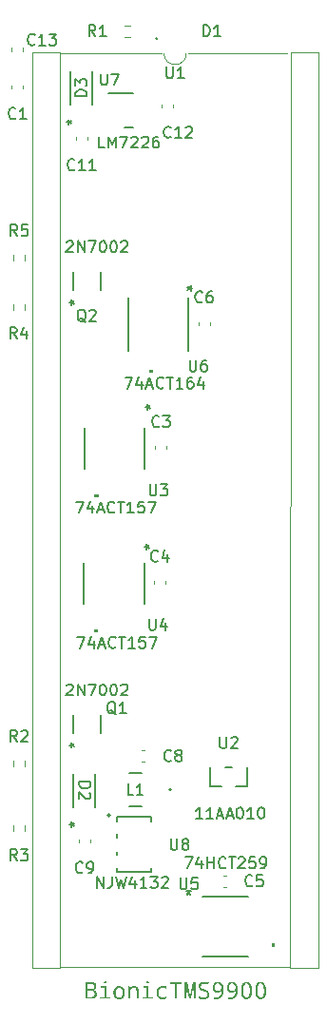
<source format=gbr>
%TF.GenerationSoftware,KiCad,Pcbnew,8.0.8+dfsg-1*%
%TF.CreationDate,2025-05-23T17:59:01+09:00*%
%TF.ProjectId,bionic-tms9900,62696f6e-6963-42d7-946d-73393930302e,1*%
%TF.SameCoordinates,Original*%
%TF.FileFunction,Legend,Top*%
%TF.FilePolarity,Positive*%
%FSLAX46Y46*%
G04 Gerber Fmt 4.6, Leading zero omitted, Abs format (unit mm)*
G04 Created by KiCad (PCBNEW 8.0.8+dfsg-1) date 2025-05-23 17:59:01*
%MOMM*%
%LPD*%
G01*
G04 APERTURE LIST*
%ADD10C,0.100000*%
%ADD11C,0.150000*%
%ADD12C,0.120000*%
%ADD13C,0.152400*%
%ADD14C,0.000000*%
%ADD15C,0.200000*%
G04 APERTURE END LIST*
D10*
X101498400Y-41850000D02*
X110286800Y-41859200D01*
X99161600Y-41859200D02*
X90170000Y-41859200D01*
X90170000Y-123190000D02*
X110439200Y-123190000D01*
D11*
X102756009Y-110004219D02*
X102184581Y-110004219D01*
X102470295Y-110004219D02*
X102470295Y-109004219D01*
X102470295Y-109004219D02*
X102375057Y-109147076D01*
X102375057Y-109147076D02*
X102279819Y-109242314D01*
X102279819Y-109242314D02*
X102184581Y-109289933D01*
X103708390Y-110004219D02*
X103136962Y-110004219D01*
X103422676Y-110004219D02*
X103422676Y-109004219D01*
X103422676Y-109004219D02*
X103327438Y-109147076D01*
X103327438Y-109147076D02*
X103232200Y-109242314D01*
X103232200Y-109242314D02*
X103136962Y-109289933D01*
X104089343Y-109718504D02*
X104565533Y-109718504D01*
X103994105Y-110004219D02*
X104327438Y-109004219D01*
X104327438Y-109004219D02*
X104660771Y-110004219D01*
X104946486Y-109718504D02*
X105422676Y-109718504D01*
X104851248Y-110004219D02*
X105184581Y-109004219D01*
X105184581Y-109004219D02*
X105517914Y-110004219D01*
X106041724Y-109004219D02*
X106136962Y-109004219D01*
X106136962Y-109004219D02*
X106232200Y-109051838D01*
X106232200Y-109051838D02*
X106279819Y-109099457D01*
X106279819Y-109099457D02*
X106327438Y-109194695D01*
X106327438Y-109194695D02*
X106375057Y-109385171D01*
X106375057Y-109385171D02*
X106375057Y-109623266D01*
X106375057Y-109623266D02*
X106327438Y-109813742D01*
X106327438Y-109813742D02*
X106279819Y-109908980D01*
X106279819Y-109908980D02*
X106232200Y-109956600D01*
X106232200Y-109956600D02*
X106136962Y-110004219D01*
X106136962Y-110004219D02*
X106041724Y-110004219D01*
X106041724Y-110004219D02*
X105946486Y-109956600D01*
X105946486Y-109956600D02*
X105898867Y-109908980D01*
X105898867Y-109908980D02*
X105851248Y-109813742D01*
X105851248Y-109813742D02*
X105803629Y-109623266D01*
X105803629Y-109623266D02*
X105803629Y-109385171D01*
X105803629Y-109385171D02*
X105851248Y-109194695D01*
X105851248Y-109194695D02*
X105898867Y-109099457D01*
X105898867Y-109099457D02*
X105946486Y-109051838D01*
X105946486Y-109051838D02*
X106041724Y-109004219D01*
X107327438Y-110004219D02*
X106756010Y-110004219D01*
X107041724Y-110004219D02*
X107041724Y-109004219D01*
X107041724Y-109004219D02*
X106946486Y-109147076D01*
X106946486Y-109147076D02*
X106851248Y-109242314D01*
X106851248Y-109242314D02*
X106756010Y-109289933D01*
X107946486Y-109004219D02*
X108041724Y-109004219D01*
X108041724Y-109004219D02*
X108136962Y-109051838D01*
X108136962Y-109051838D02*
X108184581Y-109099457D01*
X108184581Y-109099457D02*
X108232200Y-109194695D01*
X108232200Y-109194695D02*
X108279819Y-109385171D01*
X108279819Y-109385171D02*
X108279819Y-109623266D01*
X108279819Y-109623266D02*
X108232200Y-109813742D01*
X108232200Y-109813742D02*
X108184581Y-109908980D01*
X108184581Y-109908980D02*
X108136962Y-109956600D01*
X108136962Y-109956600D02*
X108041724Y-110004219D01*
X108041724Y-110004219D02*
X107946486Y-110004219D01*
X107946486Y-110004219D02*
X107851248Y-109956600D01*
X107851248Y-109956600D02*
X107803629Y-109908980D01*
X107803629Y-109908980D02*
X107756010Y-109813742D01*
X107756010Y-109813742D02*
X107708391Y-109623266D01*
X107708391Y-109623266D02*
X107708391Y-109385171D01*
X107708391Y-109385171D02*
X107756010Y-109194695D01*
X107756010Y-109194695D02*
X107803629Y-109099457D01*
X107803629Y-109099457D02*
X107851248Y-109051838D01*
X107851248Y-109051838D02*
X107946486Y-109004219D01*
X93377143Y-116176419D02*
X93377143Y-115176419D01*
X93377143Y-115176419D02*
X93948571Y-116176419D01*
X93948571Y-116176419D02*
X93948571Y-115176419D01*
X94710476Y-115176419D02*
X94710476Y-115890704D01*
X94710476Y-115890704D02*
X94662857Y-116033561D01*
X94662857Y-116033561D02*
X94567619Y-116128800D01*
X94567619Y-116128800D02*
X94424762Y-116176419D01*
X94424762Y-116176419D02*
X94329524Y-116176419D01*
X95091429Y-115176419D02*
X95329524Y-116176419D01*
X95329524Y-116176419D02*
X95520000Y-115462133D01*
X95520000Y-115462133D02*
X95710476Y-116176419D01*
X95710476Y-116176419D02*
X95948572Y-115176419D01*
X96758095Y-115509752D02*
X96758095Y-116176419D01*
X96520000Y-115128800D02*
X96281905Y-115843085D01*
X96281905Y-115843085D02*
X96900952Y-115843085D01*
X97805714Y-116176419D02*
X97234286Y-116176419D01*
X97520000Y-116176419D02*
X97520000Y-115176419D01*
X97520000Y-115176419D02*
X97424762Y-115319276D01*
X97424762Y-115319276D02*
X97329524Y-115414514D01*
X97329524Y-115414514D02*
X97234286Y-115462133D01*
X98139048Y-115176419D02*
X98758095Y-115176419D01*
X98758095Y-115176419D02*
X98424762Y-115557371D01*
X98424762Y-115557371D02*
X98567619Y-115557371D01*
X98567619Y-115557371D02*
X98662857Y-115604990D01*
X98662857Y-115604990D02*
X98710476Y-115652609D01*
X98710476Y-115652609D02*
X98758095Y-115747847D01*
X98758095Y-115747847D02*
X98758095Y-115985942D01*
X98758095Y-115985942D02*
X98710476Y-116081180D01*
X98710476Y-116081180D02*
X98662857Y-116128800D01*
X98662857Y-116128800D02*
X98567619Y-116176419D01*
X98567619Y-116176419D02*
X98281905Y-116176419D01*
X98281905Y-116176419D02*
X98186667Y-116128800D01*
X98186667Y-116128800D02*
X98139048Y-116081180D01*
X99139048Y-115271657D02*
X99186667Y-115224038D01*
X99186667Y-115224038D02*
X99281905Y-115176419D01*
X99281905Y-115176419D02*
X99520000Y-115176419D01*
X99520000Y-115176419D02*
X99615238Y-115224038D01*
X99615238Y-115224038D02*
X99662857Y-115271657D01*
X99662857Y-115271657D02*
X99710476Y-115366895D01*
X99710476Y-115366895D02*
X99710476Y-115462133D01*
X99710476Y-115462133D02*
X99662857Y-115604990D01*
X99662857Y-115604990D02*
X99091429Y-116176419D01*
X99091429Y-116176419D02*
X99710476Y-116176419D01*
X90656114Y-58655057D02*
X90703733Y-58607438D01*
X90703733Y-58607438D02*
X90798971Y-58559819D01*
X90798971Y-58559819D02*
X91037066Y-58559819D01*
X91037066Y-58559819D02*
X91132304Y-58607438D01*
X91132304Y-58607438D02*
X91179923Y-58655057D01*
X91179923Y-58655057D02*
X91227542Y-58750295D01*
X91227542Y-58750295D02*
X91227542Y-58845533D01*
X91227542Y-58845533D02*
X91179923Y-58988390D01*
X91179923Y-58988390D02*
X90608495Y-59559819D01*
X90608495Y-59559819D02*
X91227542Y-59559819D01*
X91656114Y-59559819D02*
X91656114Y-58559819D01*
X91656114Y-58559819D02*
X92227542Y-59559819D01*
X92227542Y-59559819D02*
X92227542Y-58559819D01*
X92608495Y-58559819D02*
X93275161Y-58559819D01*
X93275161Y-58559819D02*
X92846590Y-59559819D01*
X93846590Y-58559819D02*
X93941828Y-58559819D01*
X93941828Y-58559819D02*
X94037066Y-58607438D01*
X94037066Y-58607438D02*
X94084685Y-58655057D01*
X94084685Y-58655057D02*
X94132304Y-58750295D01*
X94132304Y-58750295D02*
X94179923Y-58940771D01*
X94179923Y-58940771D02*
X94179923Y-59178866D01*
X94179923Y-59178866D02*
X94132304Y-59369342D01*
X94132304Y-59369342D02*
X94084685Y-59464580D01*
X94084685Y-59464580D02*
X94037066Y-59512200D01*
X94037066Y-59512200D02*
X93941828Y-59559819D01*
X93941828Y-59559819D02*
X93846590Y-59559819D01*
X93846590Y-59559819D02*
X93751352Y-59512200D01*
X93751352Y-59512200D02*
X93703733Y-59464580D01*
X93703733Y-59464580D02*
X93656114Y-59369342D01*
X93656114Y-59369342D02*
X93608495Y-59178866D01*
X93608495Y-59178866D02*
X93608495Y-58940771D01*
X93608495Y-58940771D02*
X93656114Y-58750295D01*
X93656114Y-58750295D02*
X93703733Y-58655057D01*
X93703733Y-58655057D02*
X93751352Y-58607438D01*
X93751352Y-58607438D02*
X93846590Y-58559819D01*
X94798971Y-58559819D02*
X94894209Y-58559819D01*
X94894209Y-58559819D02*
X94989447Y-58607438D01*
X94989447Y-58607438D02*
X95037066Y-58655057D01*
X95037066Y-58655057D02*
X95084685Y-58750295D01*
X95084685Y-58750295D02*
X95132304Y-58940771D01*
X95132304Y-58940771D02*
X95132304Y-59178866D01*
X95132304Y-59178866D02*
X95084685Y-59369342D01*
X95084685Y-59369342D02*
X95037066Y-59464580D01*
X95037066Y-59464580D02*
X94989447Y-59512200D01*
X94989447Y-59512200D02*
X94894209Y-59559819D01*
X94894209Y-59559819D02*
X94798971Y-59559819D01*
X94798971Y-59559819D02*
X94703733Y-59512200D01*
X94703733Y-59512200D02*
X94656114Y-59464580D01*
X94656114Y-59464580D02*
X94608495Y-59369342D01*
X94608495Y-59369342D02*
X94560876Y-59178866D01*
X94560876Y-59178866D02*
X94560876Y-58940771D01*
X94560876Y-58940771D02*
X94608495Y-58750295D01*
X94608495Y-58750295D02*
X94656114Y-58655057D01*
X94656114Y-58655057D02*
X94703733Y-58607438D01*
X94703733Y-58607438D02*
X94798971Y-58559819D01*
X95513257Y-58655057D02*
X95560876Y-58607438D01*
X95560876Y-58607438D02*
X95656114Y-58559819D01*
X95656114Y-58559819D02*
X95894209Y-58559819D01*
X95894209Y-58559819D02*
X95989447Y-58607438D01*
X95989447Y-58607438D02*
X96037066Y-58655057D01*
X96037066Y-58655057D02*
X96084685Y-58750295D01*
X96084685Y-58750295D02*
X96084685Y-58845533D01*
X96084685Y-58845533D02*
X96037066Y-58988390D01*
X96037066Y-58988390D02*
X95465638Y-59559819D01*
X95465638Y-59559819D02*
X96084685Y-59559819D01*
X91600781Y-93815019D02*
X92267447Y-93815019D01*
X92267447Y-93815019D02*
X91838876Y-94815019D01*
X93076971Y-94148352D02*
X93076971Y-94815019D01*
X92838876Y-93767400D02*
X92600781Y-94481685D01*
X92600781Y-94481685D02*
X93219828Y-94481685D01*
X93553162Y-94529304D02*
X94029352Y-94529304D01*
X93457924Y-94815019D02*
X93791257Y-93815019D01*
X93791257Y-93815019D02*
X94124590Y-94815019D01*
X95029352Y-94719780D02*
X94981733Y-94767400D01*
X94981733Y-94767400D02*
X94838876Y-94815019D01*
X94838876Y-94815019D02*
X94743638Y-94815019D01*
X94743638Y-94815019D02*
X94600781Y-94767400D01*
X94600781Y-94767400D02*
X94505543Y-94672161D01*
X94505543Y-94672161D02*
X94457924Y-94576923D01*
X94457924Y-94576923D02*
X94410305Y-94386447D01*
X94410305Y-94386447D02*
X94410305Y-94243590D01*
X94410305Y-94243590D02*
X94457924Y-94053114D01*
X94457924Y-94053114D02*
X94505543Y-93957876D01*
X94505543Y-93957876D02*
X94600781Y-93862638D01*
X94600781Y-93862638D02*
X94743638Y-93815019D01*
X94743638Y-93815019D02*
X94838876Y-93815019D01*
X94838876Y-93815019D02*
X94981733Y-93862638D01*
X94981733Y-93862638D02*
X95029352Y-93910257D01*
X95315067Y-93815019D02*
X95886495Y-93815019D01*
X95600781Y-94815019D02*
X95600781Y-93815019D01*
X96743638Y-94815019D02*
X96172210Y-94815019D01*
X96457924Y-94815019D02*
X96457924Y-93815019D01*
X96457924Y-93815019D02*
X96362686Y-93957876D01*
X96362686Y-93957876D02*
X96267448Y-94053114D01*
X96267448Y-94053114D02*
X96172210Y-94100733D01*
X97648400Y-93815019D02*
X97172210Y-93815019D01*
X97172210Y-93815019D02*
X97124591Y-94291209D01*
X97124591Y-94291209D02*
X97172210Y-94243590D01*
X97172210Y-94243590D02*
X97267448Y-94195971D01*
X97267448Y-94195971D02*
X97505543Y-94195971D01*
X97505543Y-94195971D02*
X97600781Y-94243590D01*
X97600781Y-94243590D02*
X97648400Y-94291209D01*
X97648400Y-94291209D02*
X97696019Y-94386447D01*
X97696019Y-94386447D02*
X97696019Y-94624542D01*
X97696019Y-94624542D02*
X97648400Y-94719780D01*
X97648400Y-94719780D02*
X97600781Y-94767400D01*
X97600781Y-94767400D02*
X97505543Y-94815019D01*
X97505543Y-94815019D02*
X97267448Y-94815019D01*
X97267448Y-94815019D02*
X97172210Y-94767400D01*
X97172210Y-94767400D02*
X97124591Y-94719780D01*
X98029353Y-93815019D02*
X98696019Y-93815019D01*
X98696019Y-93815019D02*
X98267448Y-94815019D01*
X101208343Y-113423819D02*
X101875009Y-113423819D01*
X101875009Y-113423819D02*
X101446438Y-114423819D01*
X102684533Y-113757152D02*
X102684533Y-114423819D01*
X102446438Y-113376200D02*
X102208343Y-114090485D01*
X102208343Y-114090485D02*
X102827390Y-114090485D01*
X103208343Y-114423819D02*
X103208343Y-113423819D01*
X103208343Y-113900009D02*
X103779771Y-113900009D01*
X103779771Y-114423819D02*
X103779771Y-113423819D01*
X104827390Y-114328580D02*
X104779771Y-114376200D01*
X104779771Y-114376200D02*
X104636914Y-114423819D01*
X104636914Y-114423819D02*
X104541676Y-114423819D01*
X104541676Y-114423819D02*
X104398819Y-114376200D01*
X104398819Y-114376200D02*
X104303581Y-114280961D01*
X104303581Y-114280961D02*
X104255962Y-114185723D01*
X104255962Y-114185723D02*
X104208343Y-113995247D01*
X104208343Y-113995247D02*
X104208343Y-113852390D01*
X104208343Y-113852390D02*
X104255962Y-113661914D01*
X104255962Y-113661914D02*
X104303581Y-113566676D01*
X104303581Y-113566676D02*
X104398819Y-113471438D01*
X104398819Y-113471438D02*
X104541676Y-113423819D01*
X104541676Y-113423819D02*
X104636914Y-113423819D01*
X104636914Y-113423819D02*
X104779771Y-113471438D01*
X104779771Y-113471438D02*
X104827390Y-113519057D01*
X105113105Y-113423819D02*
X105684533Y-113423819D01*
X105398819Y-114423819D02*
X105398819Y-113423819D01*
X105970248Y-113519057D02*
X106017867Y-113471438D01*
X106017867Y-113471438D02*
X106113105Y-113423819D01*
X106113105Y-113423819D02*
X106351200Y-113423819D01*
X106351200Y-113423819D02*
X106446438Y-113471438D01*
X106446438Y-113471438D02*
X106494057Y-113519057D01*
X106494057Y-113519057D02*
X106541676Y-113614295D01*
X106541676Y-113614295D02*
X106541676Y-113709533D01*
X106541676Y-113709533D02*
X106494057Y-113852390D01*
X106494057Y-113852390D02*
X105922629Y-114423819D01*
X105922629Y-114423819D02*
X106541676Y-114423819D01*
X107446438Y-113423819D02*
X106970248Y-113423819D01*
X106970248Y-113423819D02*
X106922629Y-113900009D01*
X106922629Y-113900009D02*
X106970248Y-113852390D01*
X106970248Y-113852390D02*
X107065486Y-113804771D01*
X107065486Y-113804771D02*
X107303581Y-113804771D01*
X107303581Y-113804771D02*
X107398819Y-113852390D01*
X107398819Y-113852390D02*
X107446438Y-113900009D01*
X107446438Y-113900009D02*
X107494057Y-113995247D01*
X107494057Y-113995247D02*
X107494057Y-114233342D01*
X107494057Y-114233342D02*
X107446438Y-114328580D01*
X107446438Y-114328580D02*
X107398819Y-114376200D01*
X107398819Y-114376200D02*
X107303581Y-114423819D01*
X107303581Y-114423819D02*
X107065486Y-114423819D01*
X107065486Y-114423819D02*
X106970248Y-114376200D01*
X106970248Y-114376200D02*
X106922629Y-114328580D01*
X107970248Y-114423819D02*
X108160724Y-114423819D01*
X108160724Y-114423819D02*
X108255962Y-114376200D01*
X108255962Y-114376200D02*
X108303581Y-114328580D01*
X108303581Y-114328580D02*
X108398819Y-114185723D01*
X108398819Y-114185723D02*
X108446438Y-113995247D01*
X108446438Y-113995247D02*
X108446438Y-113614295D01*
X108446438Y-113614295D02*
X108398819Y-113519057D01*
X108398819Y-113519057D02*
X108351200Y-113471438D01*
X108351200Y-113471438D02*
X108255962Y-113423819D01*
X108255962Y-113423819D02*
X108065486Y-113423819D01*
X108065486Y-113423819D02*
X107970248Y-113471438D01*
X107970248Y-113471438D02*
X107922629Y-113519057D01*
X107922629Y-113519057D02*
X107875010Y-113614295D01*
X107875010Y-113614295D02*
X107875010Y-113852390D01*
X107875010Y-113852390D02*
X107922629Y-113947628D01*
X107922629Y-113947628D02*
X107970248Y-113995247D01*
X107970248Y-113995247D02*
X108065486Y-114042866D01*
X108065486Y-114042866D02*
X108255962Y-114042866D01*
X108255962Y-114042866D02*
X108351200Y-113995247D01*
X108351200Y-113995247D02*
X108398819Y-113947628D01*
X108398819Y-113947628D02*
X108446438Y-113852390D01*
D10*
G36*
X92866045Y-124548163D02*
G01*
X92942851Y-124554737D01*
X93025029Y-124568411D01*
X93096312Y-124588397D01*
X93165702Y-124619690D01*
X93190901Y-124635731D01*
X93246680Y-124687319D01*
X93286522Y-124752692D01*
X93310427Y-124831850D01*
X93318271Y-124912421D01*
X93318396Y-124924792D01*
X93310489Y-125002473D01*
X93283526Y-125078004D01*
X93237429Y-125143145D01*
X93181244Y-125190722D01*
X93113896Y-125224919D01*
X93035385Y-125245734D01*
X93018343Y-125248292D01*
X93018343Y-125258550D01*
X93098543Y-125276227D01*
X93168049Y-125301415D01*
X93239894Y-125343461D01*
X93295031Y-125397242D01*
X93333460Y-125462758D01*
X93355181Y-125540009D01*
X93360527Y-125610260D01*
X93355904Y-125683581D01*
X93338821Y-125761374D01*
X93309151Y-125830822D01*
X93266893Y-125891926D01*
X93229003Y-125930462D01*
X93167045Y-125975715D01*
X93095937Y-126009853D01*
X93015677Y-126032876D01*
X92939599Y-126043764D01*
X92871065Y-126046600D01*
X92328113Y-126046600D01*
X92328113Y-125882835D01*
X92520821Y-125882835D01*
X92836993Y-125882835D01*
X92912126Y-125878455D01*
X92991955Y-125860665D01*
X93067089Y-125821252D01*
X93119682Y-125762133D01*
X93149735Y-125683307D01*
X93157562Y-125602566D01*
X93149413Y-125527735D01*
X93118123Y-125454680D01*
X93063366Y-125399888D01*
X92985142Y-125363361D01*
X92902028Y-125346872D01*
X92823804Y-125342814D01*
X92520821Y-125342814D01*
X92520821Y-125882835D01*
X92328113Y-125882835D01*
X92328113Y-125179049D01*
X92520821Y-125179049D01*
X92813179Y-125179049D01*
X92888147Y-125175546D01*
X92966528Y-125161313D01*
X93038107Y-125129783D01*
X93047652Y-125122995D01*
X93095331Y-125065359D01*
X93117768Y-124990689D01*
X93121292Y-124937615D01*
X93111984Y-124861922D01*
X93076984Y-124793565D01*
X93042523Y-124762859D01*
X92970464Y-124730487D01*
X92890579Y-124714924D01*
X92813689Y-124709944D01*
X92792663Y-124709736D01*
X92520821Y-124709736D01*
X92520821Y-125179049D01*
X92328113Y-125179049D01*
X92328113Y-124545971D01*
X92781672Y-124545971D01*
X92866045Y-124548163D01*
G37*
G36*
X94101316Y-124452182D02*
G01*
X94175948Y-124474552D01*
X94208787Y-124541661D01*
X94210493Y-124569052D01*
X94192151Y-124641180D01*
X94177886Y-124657713D01*
X94109522Y-124686401D01*
X94101316Y-124686655D01*
X94029917Y-124667246D01*
X93993733Y-124602932D01*
X93991040Y-124569052D01*
X94009240Y-124493384D01*
X94075470Y-124454008D01*
X94101316Y-124452182D01*
G37*
G36*
X94006794Y-125068407D02*
G01*
X93729456Y-125046791D01*
X93729456Y-124921128D01*
X94194006Y-124921128D01*
X94194006Y-125899321D01*
X94556707Y-125919837D01*
X94556707Y-126046600D01*
X93652153Y-126046600D01*
X93652153Y-125919837D01*
X94006794Y-125899321D01*
X94006794Y-125068407D01*
G37*
G36*
X95425749Y-124903297D02*
G01*
X95501389Y-124920144D01*
X95571310Y-124948222D01*
X95635512Y-124987532D01*
X95693996Y-125038073D01*
X95712220Y-125057416D01*
X95760902Y-125121000D01*
X95799512Y-125191952D01*
X95828049Y-125270271D01*
X95846515Y-125355957D01*
X95854209Y-125432990D01*
X95855468Y-125481666D01*
X95852016Y-125564248D01*
X95841658Y-125641177D01*
X95824395Y-125712454D01*
X95794565Y-125790524D01*
X95754792Y-125860454D01*
X95714052Y-125912510D01*
X95657860Y-125966048D01*
X95595075Y-126008509D01*
X95525694Y-126039893D01*
X95449720Y-126060201D01*
X95367150Y-126069431D01*
X95338162Y-126070047D01*
X95257400Y-126064418D01*
X95182176Y-126047533D01*
X95112491Y-126019390D01*
X95048345Y-125979990D01*
X94989736Y-125929333D01*
X94971431Y-125909946D01*
X94922625Y-125845996D01*
X94883916Y-125774500D01*
X94855305Y-125695455D01*
X94839176Y-125623819D01*
X94830060Y-125546942D01*
X94827816Y-125481666D01*
X95021623Y-125481666D01*
X95024441Y-125558990D01*
X95036963Y-125650257D01*
X95059503Y-125728004D01*
X95101765Y-125806173D01*
X95159680Y-125863215D01*
X95233248Y-125899131D01*
X95322469Y-125913919D01*
X95342192Y-125914342D01*
X95417067Y-125907581D01*
X95496623Y-125880117D01*
X95560579Y-125831525D01*
X95608936Y-125761807D01*
X95636391Y-125690821D01*
X95653862Y-125606314D01*
X95661349Y-125508286D01*
X95661661Y-125481666D01*
X95658834Y-125405128D01*
X95646269Y-125314787D01*
X95623652Y-125237831D01*
X95581244Y-125160456D01*
X95523131Y-125103993D01*
X95449310Y-125068443D01*
X95359784Y-125053804D01*
X95339994Y-125053386D01*
X95265375Y-125060078D01*
X95186094Y-125087264D01*
X95122357Y-125135361D01*
X95074167Y-125204371D01*
X95046807Y-125274636D01*
X95029396Y-125358284D01*
X95021934Y-125455317D01*
X95021623Y-125481666D01*
X94827816Y-125481666D01*
X94831224Y-125399849D01*
X94841448Y-125323614D01*
X94862713Y-125239499D01*
X94893792Y-125163421D01*
X94934686Y-125095380D01*
X94967401Y-125054485D01*
X95023184Y-125001196D01*
X95085846Y-124958933D01*
X95155385Y-124927694D01*
X95231802Y-124907481D01*
X95315097Y-124898294D01*
X95344390Y-124897681D01*
X95425749Y-124903297D01*
G37*
G36*
X96883853Y-126046600D02*
G01*
X96883853Y-125320466D01*
X96877869Y-125243524D01*
X96854891Y-125168408D01*
X96806302Y-125104507D01*
X96734257Y-125066166D01*
X96653834Y-125053647D01*
X96638755Y-125053386D01*
X96564566Y-125059774D01*
X96485741Y-125085728D01*
X96422371Y-125131645D01*
X96374457Y-125197526D01*
X96342000Y-125283371D01*
X96327162Y-125366421D01*
X96322216Y-125462248D01*
X96322216Y-126046600D01*
X96134638Y-126046600D01*
X96134638Y-124921128D01*
X96285946Y-124921128D01*
X96313790Y-125070971D01*
X96324048Y-125070971D01*
X96368604Y-125012080D01*
X96432503Y-124958773D01*
X96509234Y-124922050D01*
X96585217Y-124903773D01*
X96670629Y-124897681D01*
X96764567Y-124904121D01*
X96845980Y-124923441D01*
X96914868Y-124955641D01*
X96983364Y-125014004D01*
X97024071Y-125075184D01*
X97052252Y-125149244D01*
X97067908Y-125236183D01*
X97071431Y-125309841D01*
X97071431Y-126046600D01*
X96883853Y-126046600D01*
G37*
G36*
X97882195Y-124452182D02*
G01*
X97956828Y-124474552D01*
X97989666Y-124541661D01*
X97991372Y-124569052D01*
X97973031Y-124641180D01*
X97958765Y-124657713D01*
X97890401Y-124686401D01*
X97882195Y-124686655D01*
X97810796Y-124667246D01*
X97774612Y-124602932D01*
X97771920Y-124569052D01*
X97790119Y-124493384D01*
X97856349Y-124454008D01*
X97882195Y-124452182D01*
G37*
G36*
X97787673Y-125068407D02*
G01*
X97510336Y-125046791D01*
X97510336Y-124921128D01*
X97974885Y-124921128D01*
X97974885Y-125899321D01*
X98337586Y-125919837D01*
X98337586Y-126046600D01*
X97433033Y-126046600D01*
X97433033Y-125919837D01*
X97787673Y-125899321D01*
X97787673Y-125068407D01*
G37*
G36*
X99583591Y-124958498D02*
G01*
X99519844Y-125121163D01*
X99444601Y-125095037D01*
X99373481Y-125076375D01*
X99298397Y-125064304D01*
X99243605Y-125061446D01*
X99154046Y-125068104D01*
X99076428Y-125088076D01*
X99010752Y-125121364D01*
X98945448Y-125181698D01*
X98906640Y-125244944D01*
X98879772Y-125321506D01*
X98864845Y-125411382D01*
X98861487Y-125487528D01*
X98864755Y-125562364D01*
X98879281Y-125650695D01*
X98905427Y-125725940D01*
X98954452Y-125801593D01*
X99021634Y-125856800D01*
X99106972Y-125891560D01*
X99188317Y-125904646D01*
X99233347Y-125906282D01*
X99314748Y-125902298D01*
X99397020Y-125890345D01*
X99469721Y-125873350D01*
X99543089Y-125850254D01*
X99564174Y-125842535D01*
X99564174Y-126007399D01*
X99491198Y-126034807D01*
X99410392Y-126054385D01*
X99333263Y-126065091D01*
X99250138Y-126069802D01*
X99225287Y-126070047D01*
X99145400Y-126066389D01*
X99071292Y-126055414D01*
X98989989Y-126032586D01*
X98917007Y-125999223D01*
X98852345Y-125955323D01*
X98813860Y-125920204D01*
X98764181Y-125859427D01*
X98724782Y-125789480D01*
X98695660Y-125710363D01*
X98679243Y-125637426D01*
X98669964Y-125558121D01*
X98667680Y-125490092D01*
X98671330Y-125403018D01*
X98682278Y-125322688D01*
X98700524Y-125249102D01*
X98732054Y-125169701D01*
X98774095Y-125100012D01*
X98817157Y-125049356D01*
X98877474Y-124997810D01*
X98946317Y-124956929D01*
X99023688Y-124926713D01*
X99109584Y-124907161D01*
X99187678Y-124899014D01*
X99237377Y-124897681D01*
X99316680Y-124900591D01*
X99393985Y-124909322D01*
X99469291Y-124923873D01*
X99542598Y-124944244D01*
X99583591Y-124958498D01*
G37*
G36*
X100478985Y-126046600D02*
G01*
X100286644Y-126046600D01*
X100286644Y-124714865D01*
X99855800Y-124714865D01*
X99855800Y-124545971D01*
X100908731Y-124545971D01*
X100908731Y-124714865D01*
X100478985Y-124714865D01*
X100478985Y-126046600D01*
G37*
G36*
X101559027Y-126046600D02*
G01*
X101272897Y-124733550D01*
X101264470Y-124727688D01*
X101269853Y-124810159D01*
X101274323Y-124886298D01*
X101278484Y-124969305D01*
X101281330Y-125043194D01*
X101282991Y-125117871D01*
X101283155Y-125146076D01*
X101283155Y-126046600D01*
X101127450Y-126046600D01*
X101127450Y-124545971D01*
X101382073Y-124545971D01*
X101637429Y-125768529D01*
X101643657Y-125768529D01*
X101901211Y-124545971D01*
X102160964Y-124545971D01*
X102160964Y-126046600D01*
X102003061Y-126046600D01*
X102003061Y-125132887D01*
X102004220Y-125058499D01*
X102006724Y-124979564D01*
X102009987Y-124897226D01*
X102013493Y-124818261D01*
X102017715Y-124729886D01*
X102009655Y-124729886D01*
X101718029Y-126046600D01*
X101559027Y-126046600D01*
G37*
G36*
X102416686Y-125999705D02*
G01*
X102416686Y-125817988D01*
X102497873Y-125847994D01*
X102578493Y-125871792D01*
X102658546Y-125889382D01*
X102738033Y-125900764D01*
X102816953Y-125905937D01*
X102843134Y-125906282D01*
X102927627Y-125902389D01*
X103000854Y-125890712D01*
X103076545Y-125865166D01*
X103144139Y-125818455D01*
X103186386Y-125754227D01*
X103203284Y-125672481D01*
X103203636Y-125657154D01*
X103193435Y-125583876D01*
X103155748Y-125515965D01*
X103131096Y-125492657D01*
X103063605Y-125450350D01*
X102992388Y-125416426D01*
X102914782Y-125384565D01*
X102836906Y-125355636D01*
X102760785Y-125326317D01*
X102693165Y-125294963D01*
X102625019Y-125255811D01*
X102561306Y-125207674D01*
X102529160Y-125175752D01*
X102484176Y-125112092D01*
X102453915Y-125038580D01*
X102439375Y-124964963D01*
X102436103Y-124904642D01*
X102442432Y-124829980D01*
X102465164Y-124753753D01*
X102504428Y-124687235D01*
X102560224Y-124630426D01*
X102568361Y-124624007D01*
X102631082Y-124584464D01*
X102703200Y-124554634D01*
X102784714Y-124534516D01*
X102862063Y-124525002D01*
X102931794Y-124522524D01*
X103018751Y-124525345D01*
X103102669Y-124533807D01*
X103183546Y-124547911D01*
X103261384Y-124567656D01*
X103336183Y-124593042D01*
X103360440Y-124602758D01*
X103294495Y-124772018D01*
X103220834Y-124744627D01*
X103149054Y-124722902D01*
X103067687Y-124704720D01*
X102988880Y-124694252D01*
X102923368Y-124691418D01*
X102836399Y-124696668D01*
X102764171Y-124712420D01*
X102696955Y-124745182D01*
X102645363Y-124802516D01*
X102622663Y-124880432D01*
X102621483Y-124906474D01*
X102630963Y-124979512D01*
X102665985Y-125050007D01*
X102688895Y-125075368D01*
X102752253Y-125120320D01*
X102819704Y-125154426D01*
X102893487Y-125185246D01*
X102967698Y-125212388D01*
X103042810Y-125240810D01*
X103122082Y-125275294D01*
X103189504Y-125310190D01*
X103253187Y-125351423D01*
X103306218Y-125399234D01*
X103351041Y-125464822D01*
X103379262Y-125541143D01*
X103390468Y-125619009D01*
X103391215Y-125646896D01*
X103384378Y-125729240D01*
X103363866Y-125803484D01*
X103329681Y-125869629D01*
X103281821Y-125927674D01*
X103248333Y-125957207D01*
X103180232Y-126001175D01*
X103112706Y-126030266D01*
X103036732Y-126051424D01*
X102952308Y-126064647D01*
X102875500Y-126069606D01*
X102843134Y-126070047D01*
X102760756Y-126068329D01*
X102684209Y-126063177D01*
X102600051Y-126052461D01*
X102524291Y-126036799D01*
X102446518Y-126012276D01*
X102416686Y-125999705D01*
G37*
G36*
X104229352Y-124528719D02*
G01*
X104304326Y-124547305D01*
X104372680Y-124578282D01*
X104434414Y-124621649D01*
X104489528Y-124677406D01*
X104506428Y-124698745D01*
X104551499Y-124769482D01*
X104587245Y-124849802D01*
X104609911Y-124924055D01*
X104626100Y-125004963D01*
X104635814Y-125092525D01*
X104638922Y-125167367D01*
X104639052Y-125186743D01*
X104636481Y-125293705D01*
X104628770Y-125393767D01*
X104615919Y-125486928D01*
X104597927Y-125573188D01*
X104574795Y-125652548D01*
X104546522Y-125725006D01*
X104513108Y-125790564D01*
X104453349Y-125875961D01*
X104382024Y-125945832D01*
X104299133Y-126000176D01*
X104204675Y-126038993D01*
X104098651Y-126062283D01*
X104021543Y-126069184D01*
X103981061Y-126070047D01*
X103905293Y-126067419D01*
X103830961Y-126057712D01*
X103803741Y-126051362D01*
X103803741Y-125890895D01*
X103875638Y-125913773D01*
X103949800Y-125922270D01*
X103974833Y-125922768D01*
X104057218Y-125917591D01*
X104131540Y-125902057D01*
X104208058Y-125870847D01*
X104273602Y-125825542D01*
X104321047Y-125775490D01*
X104366791Y-125702816D01*
X104397935Y-125627408D01*
X104418201Y-125555319D01*
X104433298Y-125474823D01*
X104443224Y-125385919D01*
X104447443Y-125308742D01*
X104434987Y-125308742D01*
X104385995Y-125376978D01*
X104325572Y-125428454D01*
X104253720Y-125463171D01*
X104170437Y-125481128D01*
X104117715Y-125483864D01*
X104034462Y-125478061D01*
X103959414Y-125460653D01*
X103883691Y-125426547D01*
X103818685Y-125377282D01*
X103804107Y-125362597D01*
X103754259Y-125296194D01*
X103722325Y-125228624D01*
X103701295Y-125152218D01*
X103691169Y-125066977D01*
X103690187Y-125028473D01*
X103871518Y-125028473D01*
X103877083Y-125106516D01*
X103896317Y-125180519D01*
X103933342Y-125246467D01*
X103941860Y-125256718D01*
X104003392Y-125305387D01*
X104074732Y-125330268D01*
X104143727Y-125336586D01*
X104221358Y-125328428D01*
X104290759Y-125303956D01*
X104351932Y-125263170D01*
X104363179Y-125253054D01*
X104413657Y-125193073D01*
X104444826Y-125121812D01*
X104451839Y-125064377D01*
X104446687Y-124989478D01*
X104428575Y-124911403D01*
X104397421Y-124839877D01*
X104369407Y-124795832D01*
X104318721Y-124740931D01*
X104252275Y-124701003D01*
X104175167Y-124683257D01*
X104149955Y-124682259D01*
X104073248Y-124690953D01*
X104002093Y-124720599D01*
X103944791Y-124771285D01*
X103906151Y-124834655D01*
X103883611Y-124904903D01*
X103873307Y-124977855D01*
X103871518Y-125028473D01*
X103690187Y-125028473D01*
X103690168Y-125027740D01*
X103694534Y-124943415D01*
X103707633Y-124866019D01*
X103729465Y-124795553D01*
X103765972Y-124722100D01*
X103814366Y-124658079D01*
X103872769Y-124605260D01*
X103939307Y-124565415D01*
X104013980Y-124538542D01*
X104096787Y-124524642D01*
X104147757Y-124522524D01*
X104229352Y-124528719D01*
G37*
G36*
X105489645Y-124528719D02*
G01*
X105564619Y-124547305D01*
X105632973Y-124578282D01*
X105694707Y-124621649D01*
X105749821Y-124677406D01*
X105766721Y-124698745D01*
X105811792Y-124769482D01*
X105847538Y-124849802D01*
X105870204Y-124924055D01*
X105886393Y-125004963D01*
X105896107Y-125092525D01*
X105899215Y-125167367D01*
X105899345Y-125186743D01*
X105896774Y-125293705D01*
X105889064Y-125393767D01*
X105876212Y-125486928D01*
X105858220Y-125573188D01*
X105835088Y-125652548D01*
X105806815Y-125725006D01*
X105773401Y-125790564D01*
X105713642Y-125875961D01*
X105642317Y-125945832D01*
X105559426Y-126000176D01*
X105464968Y-126038993D01*
X105358944Y-126062283D01*
X105281836Y-126069184D01*
X105241354Y-126070047D01*
X105165586Y-126067419D01*
X105091254Y-126057712D01*
X105064034Y-126051362D01*
X105064034Y-125890895D01*
X105135931Y-125913773D01*
X105210093Y-125922270D01*
X105235126Y-125922768D01*
X105317511Y-125917591D01*
X105391833Y-125902057D01*
X105468351Y-125870847D01*
X105533895Y-125825542D01*
X105581340Y-125775490D01*
X105627084Y-125702816D01*
X105658228Y-125627408D01*
X105678494Y-125555319D01*
X105693591Y-125474823D01*
X105703517Y-125385919D01*
X105707736Y-125308742D01*
X105695280Y-125308742D01*
X105646288Y-125376978D01*
X105585866Y-125428454D01*
X105514013Y-125463171D01*
X105430730Y-125481128D01*
X105378008Y-125483864D01*
X105294756Y-125478061D01*
X105219707Y-125460653D01*
X105143984Y-125426547D01*
X105078978Y-125377282D01*
X105064400Y-125362597D01*
X105014552Y-125296194D01*
X104982618Y-125228624D01*
X104961588Y-125152218D01*
X104951463Y-125066977D01*
X104950480Y-125028473D01*
X105131811Y-125028473D01*
X105137376Y-125106516D01*
X105156610Y-125180519D01*
X105193635Y-125246467D01*
X105202153Y-125256718D01*
X105263685Y-125305387D01*
X105335025Y-125330268D01*
X105404020Y-125336586D01*
X105481651Y-125328428D01*
X105551052Y-125303956D01*
X105612225Y-125263170D01*
X105623472Y-125253054D01*
X105673950Y-125193073D01*
X105705119Y-125121812D01*
X105712132Y-125064377D01*
X105706980Y-124989478D01*
X105688868Y-124911403D01*
X105657714Y-124839877D01*
X105629701Y-124795832D01*
X105579015Y-124740931D01*
X105512568Y-124701003D01*
X105435460Y-124683257D01*
X105410248Y-124682259D01*
X105333541Y-124690953D01*
X105262386Y-124720599D01*
X105205084Y-124771285D01*
X105166444Y-124834655D01*
X105143904Y-124904903D01*
X105133600Y-124977855D01*
X105131811Y-125028473D01*
X104950480Y-125028473D01*
X104950461Y-125027740D01*
X104954827Y-124943415D01*
X104967926Y-124866019D01*
X104989758Y-124795553D01*
X105026265Y-124722100D01*
X105074659Y-124658079D01*
X105133062Y-124605260D01*
X105199600Y-124565415D01*
X105274273Y-124538542D01*
X105357080Y-124524642D01*
X105408050Y-124522524D01*
X105489645Y-124528719D01*
G37*
G36*
X106768099Y-124529518D02*
G01*
X106845349Y-124550499D01*
X106914381Y-124585469D01*
X106975196Y-124634426D01*
X107027794Y-124697370D01*
X107043500Y-124721460D01*
X107078752Y-124787939D01*
X107108029Y-124863040D01*
X107131331Y-124946763D01*
X107145671Y-125019950D01*
X107156187Y-125098656D01*
X107162878Y-125182879D01*
X107165746Y-125272621D01*
X107165866Y-125295919D01*
X107163978Y-125389661D01*
X107158315Y-125477355D01*
X107148877Y-125559002D01*
X107135664Y-125634600D01*
X107108765Y-125736658D01*
X107073372Y-125825108D01*
X107029484Y-125899950D01*
X106977102Y-125961185D01*
X106916226Y-126008812D01*
X106846856Y-126042831D01*
X106768991Y-126063243D01*
X106682631Y-126070047D01*
X106598173Y-126063053D01*
X106521752Y-126042071D01*
X106453368Y-126007102D01*
X106393020Y-125958145D01*
X106340711Y-125895201D01*
X106325060Y-125871111D01*
X106290019Y-125804614D01*
X106260918Y-125729460D01*
X106237755Y-125645647D01*
X106223501Y-125572362D01*
X106213048Y-125493537D01*
X106206397Y-125409170D01*
X106203546Y-125319262D01*
X106203427Y-125295919D01*
X106203442Y-125295186D01*
X106394303Y-125295186D01*
X106395390Y-125374115D01*
X106398653Y-125447319D01*
X106405791Y-125530774D01*
X106416328Y-125605285D01*
X106433458Y-125682891D01*
X106459629Y-125757153D01*
X106463912Y-125766331D01*
X106503685Y-125829323D01*
X106560309Y-125878676D01*
X106629510Y-125905250D01*
X106682631Y-125910312D01*
X106761573Y-125898894D01*
X106827763Y-125864640D01*
X106881202Y-125807549D01*
X106905381Y-125765964D01*
X106933075Y-125693974D01*
X106951399Y-125618455D01*
X106962851Y-125545781D01*
X106970833Y-125464252D01*
X106975345Y-125373869D01*
X106976456Y-125295186D01*
X106975345Y-125217025D01*
X106970833Y-125127212D01*
X106962851Y-125046165D01*
X106948692Y-124960478D01*
X106929535Y-124887414D01*
X106905381Y-124826973D01*
X106864806Y-124763661D01*
X106807117Y-124714056D01*
X106736676Y-124687347D01*
X106682631Y-124682259D01*
X106605046Y-124693619D01*
X106540037Y-124727700D01*
X106487606Y-124784500D01*
X106463912Y-124825874D01*
X106436789Y-124897293D01*
X106418843Y-124972435D01*
X106407626Y-125044872D01*
X106399809Y-125126236D01*
X106395390Y-125216527D01*
X106394303Y-125295186D01*
X106203442Y-125295186D01*
X106205299Y-125202266D01*
X106210915Y-125114655D01*
X106220274Y-125033086D01*
X106233377Y-124957559D01*
X106260052Y-124855598D01*
X106295150Y-124767231D01*
X106338671Y-124692460D01*
X106390616Y-124631283D01*
X106450985Y-124583701D01*
X106519777Y-124549714D01*
X106596992Y-124529322D01*
X106682631Y-124522524D01*
X106768099Y-124529518D01*
G37*
G36*
X108028392Y-124529518D02*
G01*
X108105642Y-124550499D01*
X108174674Y-124585469D01*
X108235489Y-124634426D01*
X108288087Y-124697370D01*
X108303793Y-124721460D01*
X108339045Y-124787939D01*
X108368322Y-124863040D01*
X108391624Y-124946763D01*
X108405964Y-125019950D01*
X108416480Y-125098656D01*
X108423172Y-125182879D01*
X108426039Y-125272621D01*
X108426159Y-125295919D01*
X108424271Y-125389661D01*
X108418608Y-125477355D01*
X108409170Y-125559002D01*
X108395957Y-125634600D01*
X108369058Y-125736658D01*
X108333665Y-125825108D01*
X108289777Y-125899950D01*
X108237396Y-125961185D01*
X108176519Y-126008812D01*
X108107149Y-126042831D01*
X108029284Y-126063243D01*
X107942925Y-126070047D01*
X107858466Y-126063053D01*
X107782045Y-126042071D01*
X107713661Y-126007102D01*
X107653314Y-125958145D01*
X107601004Y-125895201D01*
X107585353Y-125871111D01*
X107550312Y-125804614D01*
X107521211Y-125729460D01*
X107498048Y-125645647D01*
X107483794Y-125572362D01*
X107473341Y-125493537D01*
X107466690Y-125409170D01*
X107463839Y-125319262D01*
X107463720Y-125295919D01*
X107463735Y-125295186D01*
X107654596Y-125295186D01*
X107655683Y-125374115D01*
X107658946Y-125447319D01*
X107666084Y-125530774D01*
X107676621Y-125605285D01*
X107693751Y-125682891D01*
X107719922Y-125757153D01*
X107724205Y-125766331D01*
X107763978Y-125829323D01*
X107820602Y-125878676D01*
X107889803Y-125905250D01*
X107942925Y-125910312D01*
X108021866Y-125898894D01*
X108088056Y-125864640D01*
X108141495Y-125807549D01*
X108165674Y-125765964D01*
X108193368Y-125693974D01*
X108211692Y-125618455D01*
X108223145Y-125545781D01*
X108231127Y-125464252D01*
X108235638Y-125373869D01*
X108236749Y-125295186D01*
X108235638Y-125217025D01*
X108231127Y-125127212D01*
X108223145Y-125046165D01*
X108208985Y-124960478D01*
X108189828Y-124887414D01*
X108165674Y-124826973D01*
X108125099Y-124763661D01*
X108067410Y-124714056D01*
X107996969Y-124687347D01*
X107942925Y-124682259D01*
X107865339Y-124693619D01*
X107800330Y-124727700D01*
X107747899Y-124784500D01*
X107724205Y-124825874D01*
X107697082Y-124897293D01*
X107679136Y-124972435D01*
X107667919Y-125044872D01*
X107660102Y-125126236D01*
X107655683Y-125216527D01*
X107654596Y-125295186D01*
X107463735Y-125295186D01*
X107465592Y-125202266D01*
X107471208Y-125114655D01*
X107480567Y-125033086D01*
X107493670Y-124957559D01*
X107520345Y-124855598D01*
X107555443Y-124767231D01*
X107598964Y-124692460D01*
X107650909Y-124631283D01*
X107711278Y-124583701D01*
X107780070Y-124549714D01*
X107857285Y-124529322D01*
X107942925Y-124522524D01*
X108028392Y-124529518D01*
G37*
D11*
X91499181Y-81775419D02*
X92165847Y-81775419D01*
X92165847Y-81775419D02*
X91737276Y-82775419D01*
X92975371Y-82108752D02*
X92975371Y-82775419D01*
X92737276Y-81727800D02*
X92499181Y-82442085D01*
X92499181Y-82442085D02*
X93118228Y-82442085D01*
X93451562Y-82489704D02*
X93927752Y-82489704D01*
X93356324Y-82775419D02*
X93689657Y-81775419D01*
X93689657Y-81775419D02*
X94022990Y-82775419D01*
X94927752Y-82680180D02*
X94880133Y-82727800D01*
X94880133Y-82727800D02*
X94737276Y-82775419D01*
X94737276Y-82775419D02*
X94642038Y-82775419D01*
X94642038Y-82775419D02*
X94499181Y-82727800D01*
X94499181Y-82727800D02*
X94403943Y-82632561D01*
X94403943Y-82632561D02*
X94356324Y-82537323D01*
X94356324Y-82537323D02*
X94308705Y-82346847D01*
X94308705Y-82346847D02*
X94308705Y-82203990D01*
X94308705Y-82203990D02*
X94356324Y-82013514D01*
X94356324Y-82013514D02*
X94403943Y-81918276D01*
X94403943Y-81918276D02*
X94499181Y-81823038D01*
X94499181Y-81823038D02*
X94642038Y-81775419D01*
X94642038Y-81775419D02*
X94737276Y-81775419D01*
X94737276Y-81775419D02*
X94880133Y-81823038D01*
X94880133Y-81823038D02*
X94927752Y-81870657D01*
X95213467Y-81775419D02*
X95784895Y-81775419D01*
X95499181Y-82775419D02*
X95499181Y-81775419D01*
X96642038Y-82775419D02*
X96070610Y-82775419D01*
X96356324Y-82775419D02*
X96356324Y-81775419D01*
X96356324Y-81775419D02*
X96261086Y-81918276D01*
X96261086Y-81918276D02*
X96165848Y-82013514D01*
X96165848Y-82013514D02*
X96070610Y-82061133D01*
X97546800Y-81775419D02*
X97070610Y-81775419D01*
X97070610Y-81775419D02*
X97022991Y-82251609D01*
X97022991Y-82251609D02*
X97070610Y-82203990D01*
X97070610Y-82203990D02*
X97165848Y-82156371D01*
X97165848Y-82156371D02*
X97403943Y-82156371D01*
X97403943Y-82156371D02*
X97499181Y-82203990D01*
X97499181Y-82203990D02*
X97546800Y-82251609D01*
X97546800Y-82251609D02*
X97594419Y-82346847D01*
X97594419Y-82346847D02*
X97594419Y-82584942D01*
X97594419Y-82584942D02*
X97546800Y-82680180D01*
X97546800Y-82680180D02*
X97499181Y-82727800D01*
X97499181Y-82727800D02*
X97403943Y-82775419D01*
X97403943Y-82775419D02*
X97165848Y-82775419D01*
X97165848Y-82775419D02*
X97070610Y-82727800D01*
X97070610Y-82727800D02*
X97022991Y-82680180D01*
X97927753Y-81775419D02*
X98594419Y-81775419D01*
X98594419Y-81775419D02*
X98165848Y-82775419D01*
X90656114Y-98126657D02*
X90703733Y-98079038D01*
X90703733Y-98079038D02*
X90798971Y-98031419D01*
X90798971Y-98031419D02*
X91037066Y-98031419D01*
X91037066Y-98031419D02*
X91132304Y-98079038D01*
X91132304Y-98079038D02*
X91179923Y-98126657D01*
X91179923Y-98126657D02*
X91227542Y-98221895D01*
X91227542Y-98221895D02*
X91227542Y-98317133D01*
X91227542Y-98317133D02*
X91179923Y-98459990D01*
X91179923Y-98459990D02*
X90608495Y-99031419D01*
X90608495Y-99031419D02*
X91227542Y-99031419D01*
X91656114Y-99031419D02*
X91656114Y-98031419D01*
X91656114Y-98031419D02*
X92227542Y-99031419D01*
X92227542Y-99031419D02*
X92227542Y-98031419D01*
X92608495Y-98031419D02*
X93275161Y-98031419D01*
X93275161Y-98031419D02*
X92846590Y-99031419D01*
X93846590Y-98031419D02*
X93941828Y-98031419D01*
X93941828Y-98031419D02*
X94037066Y-98079038D01*
X94037066Y-98079038D02*
X94084685Y-98126657D01*
X94084685Y-98126657D02*
X94132304Y-98221895D01*
X94132304Y-98221895D02*
X94179923Y-98412371D01*
X94179923Y-98412371D02*
X94179923Y-98650466D01*
X94179923Y-98650466D02*
X94132304Y-98840942D01*
X94132304Y-98840942D02*
X94084685Y-98936180D01*
X94084685Y-98936180D02*
X94037066Y-98983800D01*
X94037066Y-98983800D02*
X93941828Y-99031419D01*
X93941828Y-99031419D02*
X93846590Y-99031419D01*
X93846590Y-99031419D02*
X93751352Y-98983800D01*
X93751352Y-98983800D02*
X93703733Y-98936180D01*
X93703733Y-98936180D02*
X93656114Y-98840942D01*
X93656114Y-98840942D02*
X93608495Y-98650466D01*
X93608495Y-98650466D02*
X93608495Y-98412371D01*
X93608495Y-98412371D02*
X93656114Y-98221895D01*
X93656114Y-98221895D02*
X93703733Y-98126657D01*
X93703733Y-98126657D02*
X93751352Y-98079038D01*
X93751352Y-98079038D02*
X93846590Y-98031419D01*
X94798971Y-98031419D02*
X94894209Y-98031419D01*
X94894209Y-98031419D02*
X94989447Y-98079038D01*
X94989447Y-98079038D02*
X95037066Y-98126657D01*
X95037066Y-98126657D02*
X95084685Y-98221895D01*
X95084685Y-98221895D02*
X95132304Y-98412371D01*
X95132304Y-98412371D02*
X95132304Y-98650466D01*
X95132304Y-98650466D02*
X95084685Y-98840942D01*
X95084685Y-98840942D02*
X95037066Y-98936180D01*
X95037066Y-98936180D02*
X94989447Y-98983800D01*
X94989447Y-98983800D02*
X94894209Y-99031419D01*
X94894209Y-99031419D02*
X94798971Y-99031419D01*
X94798971Y-99031419D02*
X94703733Y-98983800D01*
X94703733Y-98983800D02*
X94656114Y-98936180D01*
X94656114Y-98936180D02*
X94608495Y-98840942D01*
X94608495Y-98840942D02*
X94560876Y-98650466D01*
X94560876Y-98650466D02*
X94560876Y-98412371D01*
X94560876Y-98412371D02*
X94608495Y-98221895D01*
X94608495Y-98221895D02*
X94656114Y-98126657D01*
X94656114Y-98126657D02*
X94703733Y-98079038D01*
X94703733Y-98079038D02*
X94798971Y-98031419D01*
X95513257Y-98126657D02*
X95560876Y-98079038D01*
X95560876Y-98079038D02*
X95656114Y-98031419D01*
X95656114Y-98031419D02*
X95894209Y-98031419D01*
X95894209Y-98031419D02*
X95989447Y-98079038D01*
X95989447Y-98079038D02*
X96037066Y-98126657D01*
X96037066Y-98126657D02*
X96084685Y-98221895D01*
X96084685Y-98221895D02*
X96084685Y-98317133D01*
X96084685Y-98317133D02*
X96037066Y-98459990D01*
X96037066Y-98459990D02*
X95465638Y-99031419D01*
X95465638Y-99031419D02*
X96084685Y-99031419D01*
X95867981Y-70701019D02*
X96534647Y-70701019D01*
X96534647Y-70701019D02*
X96106076Y-71701019D01*
X97344171Y-71034352D02*
X97344171Y-71701019D01*
X97106076Y-70653400D02*
X96867981Y-71367685D01*
X96867981Y-71367685D02*
X97487028Y-71367685D01*
X97820362Y-71415304D02*
X98296552Y-71415304D01*
X97725124Y-71701019D02*
X98058457Y-70701019D01*
X98058457Y-70701019D02*
X98391790Y-71701019D01*
X99296552Y-71605780D02*
X99248933Y-71653400D01*
X99248933Y-71653400D02*
X99106076Y-71701019D01*
X99106076Y-71701019D02*
X99010838Y-71701019D01*
X99010838Y-71701019D02*
X98867981Y-71653400D01*
X98867981Y-71653400D02*
X98772743Y-71558161D01*
X98772743Y-71558161D02*
X98725124Y-71462923D01*
X98725124Y-71462923D02*
X98677505Y-71272447D01*
X98677505Y-71272447D02*
X98677505Y-71129590D01*
X98677505Y-71129590D02*
X98725124Y-70939114D01*
X98725124Y-70939114D02*
X98772743Y-70843876D01*
X98772743Y-70843876D02*
X98867981Y-70748638D01*
X98867981Y-70748638D02*
X99010838Y-70701019D01*
X99010838Y-70701019D02*
X99106076Y-70701019D01*
X99106076Y-70701019D02*
X99248933Y-70748638D01*
X99248933Y-70748638D02*
X99296552Y-70796257D01*
X99582267Y-70701019D02*
X100153695Y-70701019D01*
X99867981Y-71701019D02*
X99867981Y-70701019D01*
X101010838Y-71701019D02*
X100439410Y-71701019D01*
X100725124Y-71701019D02*
X100725124Y-70701019D01*
X100725124Y-70701019D02*
X100629886Y-70843876D01*
X100629886Y-70843876D02*
X100534648Y-70939114D01*
X100534648Y-70939114D02*
X100439410Y-70986733D01*
X101867981Y-70701019D02*
X101677505Y-70701019D01*
X101677505Y-70701019D02*
X101582267Y-70748638D01*
X101582267Y-70748638D02*
X101534648Y-70796257D01*
X101534648Y-70796257D02*
X101439410Y-70939114D01*
X101439410Y-70939114D02*
X101391791Y-71129590D01*
X101391791Y-71129590D02*
X101391791Y-71510542D01*
X101391791Y-71510542D02*
X101439410Y-71605780D01*
X101439410Y-71605780D02*
X101487029Y-71653400D01*
X101487029Y-71653400D02*
X101582267Y-71701019D01*
X101582267Y-71701019D02*
X101772743Y-71701019D01*
X101772743Y-71701019D02*
X101867981Y-71653400D01*
X101867981Y-71653400D02*
X101915600Y-71605780D01*
X101915600Y-71605780D02*
X101963219Y-71510542D01*
X101963219Y-71510542D02*
X101963219Y-71272447D01*
X101963219Y-71272447D02*
X101915600Y-71177209D01*
X101915600Y-71177209D02*
X101867981Y-71129590D01*
X101867981Y-71129590D02*
X101772743Y-71081971D01*
X101772743Y-71081971D02*
X101582267Y-71081971D01*
X101582267Y-71081971D02*
X101487029Y-71129590D01*
X101487029Y-71129590D02*
X101439410Y-71177209D01*
X101439410Y-71177209D02*
X101391791Y-71272447D01*
X102820362Y-71034352D02*
X102820362Y-71701019D01*
X102582267Y-70653400D02*
X102344172Y-71367685D01*
X102344172Y-71367685D02*
X102963219Y-71367685D01*
X99941142Y-49279980D02*
X99893523Y-49327600D01*
X99893523Y-49327600D02*
X99750666Y-49375219D01*
X99750666Y-49375219D02*
X99655428Y-49375219D01*
X99655428Y-49375219D02*
X99512571Y-49327600D01*
X99512571Y-49327600D02*
X99417333Y-49232361D01*
X99417333Y-49232361D02*
X99369714Y-49137123D01*
X99369714Y-49137123D02*
X99322095Y-48946647D01*
X99322095Y-48946647D02*
X99322095Y-48803790D01*
X99322095Y-48803790D02*
X99369714Y-48613314D01*
X99369714Y-48613314D02*
X99417333Y-48518076D01*
X99417333Y-48518076D02*
X99512571Y-48422838D01*
X99512571Y-48422838D02*
X99655428Y-48375219D01*
X99655428Y-48375219D02*
X99750666Y-48375219D01*
X99750666Y-48375219D02*
X99893523Y-48422838D01*
X99893523Y-48422838D02*
X99941142Y-48470457D01*
X100893523Y-49375219D02*
X100322095Y-49375219D01*
X100607809Y-49375219D02*
X100607809Y-48375219D01*
X100607809Y-48375219D02*
X100512571Y-48518076D01*
X100512571Y-48518076D02*
X100417333Y-48613314D01*
X100417333Y-48613314D02*
X100322095Y-48660933D01*
X101274476Y-48470457D02*
X101322095Y-48422838D01*
X101322095Y-48422838D02*
X101417333Y-48375219D01*
X101417333Y-48375219D02*
X101655428Y-48375219D01*
X101655428Y-48375219D02*
X101750666Y-48422838D01*
X101750666Y-48422838D02*
X101798285Y-48470457D01*
X101798285Y-48470457D02*
X101845904Y-48565695D01*
X101845904Y-48565695D02*
X101845904Y-48660933D01*
X101845904Y-48660933D02*
X101798285Y-48803790D01*
X101798285Y-48803790D02*
X101226857Y-49375219D01*
X101226857Y-49375219D02*
X101845904Y-49375219D01*
X99568095Y-43066619D02*
X99568095Y-43876142D01*
X99568095Y-43876142D02*
X99615714Y-43971380D01*
X99615714Y-43971380D02*
X99663333Y-44019000D01*
X99663333Y-44019000D02*
X99758571Y-44066619D01*
X99758571Y-44066619D02*
X99949047Y-44066619D01*
X99949047Y-44066619D02*
X100044285Y-44019000D01*
X100044285Y-44019000D02*
X100091904Y-43971380D01*
X100091904Y-43971380D02*
X100139523Y-43876142D01*
X100139523Y-43876142D02*
X100139523Y-43066619D01*
X101139523Y-44066619D02*
X100568095Y-44066619D01*
X100853809Y-44066619D02*
X100853809Y-43066619D01*
X100853809Y-43066619D02*
X100758571Y-43209476D01*
X100758571Y-43209476D02*
X100663333Y-43304714D01*
X100663333Y-43304714D02*
X100568095Y-43352333D01*
X98018695Y-92215619D02*
X98018695Y-93025142D01*
X98018695Y-93025142D02*
X98066314Y-93120380D01*
X98066314Y-93120380D02*
X98113933Y-93168000D01*
X98113933Y-93168000D02*
X98209171Y-93215619D01*
X98209171Y-93215619D02*
X98399647Y-93215619D01*
X98399647Y-93215619D02*
X98494885Y-93168000D01*
X98494885Y-93168000D02*
X98542504Y-93120380D01*
X98542504Y-93120380D02*
X98590123Y-93025142D01*
X98590123Y-93025142D02*
X98590123Y-92215619D01*
X99494885Y-92548952D02*
X99494885Y-93215619D01*
X99256790Y-92168000D02*
X99018695Y-92882285D01*
X99018695Y-92882285D02*
X99637742Y-92882285D01*
X97600419Y-85801199D02*
X97838514Y-85801199D01*
X97743276Y-86039294D02*
X97838514Y-85801199D01*
X97838514Y-85801199D02*
X97743276Y-85563104D01*
X98028990Y-85944056D02*
X97838514Y-85801199D01*
X97838514Y-85801199D02*
X98028990Y-85658342D01*
X92453619Y-45670694D02*
X91453619Y-45670694D01*
X91453619Y-45670694D02*
X91453619Y-45432599D01*
X91453619Y-45432599D02*
X91501238Y-45289742D01*
X91501238Y-45289742D02*
X91596476Y-45194504D01*
X91596476Y-45194504D02*
X91691714Y-45146885D01*
X91691714Y-45146885D02*
X91882190Y-45099266D01*
X91882190Y-45099266D02*
X92025047Y-45099266D01*
X92025047Y-45099266D02*
X92215523Y-45146885D01*
X92215523Y-45146885D02*
X92310761Y-45194504D01*
X92310761Y-45194504D02*
X92406000Y-45289742D01*
X92406000Y-45289742D02*
X92453619Y-45432599D01*
X92453619Y-45432599D02*
X92453619Y-45670694D01*
X91453619Y-44765932D02*
X91453619Y-44146885D01*
X91453619Y-44146885D02*
X91834571Y-44480218D01*
X91834571Y-44480218D02*
X91834571Y-44337361D01*
X91834571Y-44337361D02*
X91882190Y-44242123D01*
X91882190Y-44242123D02*
X91929809Y-44194504D01*
X91929809Y-44194504D02*
X92025047Y-44146885D01*
X92025047Y-44146885D02*
X92263142Y-44146885D01*
X92263142Y-44146885D02*
X92358380Y-44194504D01*
X92358380Y-44194504D02*
X92406000Y-44242123D01*
X92406000Y-44242123D02*
X92453619Y-44337361D01*
X92453619Y-44337361D02*
X92453619Y-44623075D01*
X92453619Y-44623075D02*
X92406000Y-44718313D01*
X92406000Y-44718313D02*
X92358380Y-44765932D01*
X90691619Y-47980599D02*
X90929714Y-47980599D01*
X90834476Y-48218694D02*
X90929714Y-47980599D01*
X90929714Y-47980599D02*
X90834476Y-47742504D01*
X91120190Y-48123456D02*
X90929714Y-47980599D01*
X90929714Y-47980599D02*
X91120190Y-47837742D01*
X91797980Y-106742005D02*
X92797980Y-106742005D01*
X92797980Y-106742005D02*
X92797980Y-106980100D01*
X92797980Y-106980100D02*
X92750361Y-107122957D01*
X92750361Y-107122957D02*
X92655123Y-107218195D01*
X92655123Y-107218195D02*
X92559885Y-107265814D01*
X92559885Y-107265814D02*
X92369409Y-107313433D01*
X92369409Y-107313433D02*
X92226552Y-107313433D01*
X92226552Y-107313433D02*
X92036076Y-107265814D01*
X92036076Y-107265814D02*
X91940838Y-107218195D01*
X91940838Y-107218195D02*
X91845600Y-107122957D01*
X91845600Y-107122957D02*
X91797980Y-106980100D01*
X91797980Y-106980100D02*
X91797980Y-106742005D01*
X92702742Y-107694386D02*
X92750361Y-107742005D01*
X92750361Y-107742005D02*
X92797980Y-107837243D01*
X92797980Y-107837243D02*
X92797980Y-108075338D01*
X92797980Y-108075338D02*
X92750361Y-108170576D01*
X92750361Y-108170576D02*
X92702742Y-108218195D01*
X92702742Y-108218195D02*
X92607504Y-108265814D01*
X92607504Y-108265814D02*
X92512266Y-108265814D01*
X92512266Y-108265814D02*
X92369409Y-108218195D01*
X92369409Y-108218195D02*
X91797980Y-107646767D01*
X91797980Y-107646767D02*
X91797980Y-108265814D01*
X90945619Y-110528099D02*
X91183714Y-110528099D01*
X91088476Y-110766194D02*
X91183714Y-110528099D01*
X91183714Y-110528099D02*
X91088476Y-110290004D01*
X91374190Y-110670956D02*
X91183714Y-110528099D01*
X91183714Y-110528099D02*
X91374190Y-110385242D01*
X87825342Y-41037780D02*
X87777723Y-41085400D01*
X87777723Y-41085400D02*
X87634866Y-41133019D01*
X87634866Y-41133019D02*
X87539628Y-41133019D01*
X87539628Y-41133019D02*
X87396771Y-41085400D01*
X87396771Y-41085400D02*
X87301533Y-40990161D01*
X87301533Y-40990161D02*
X87253914Y-40894923D01*
X87253914Y-40894923D02*
X87206295Y-40704447D01*
X87206295Y-40704447D02*
X87206295Y-40561590D01*
X87206295Y-40561590D02*
X87253914Y-40371114D01*
X87253914Y-40371114D02*
X87301533Y-40275876D01*
X87301533Y-40275876D02*
X87396771Y-40180638D01*
X87396771Y-40180638D02*
X87539628Y-40133019D01*
X87539628Y-40133019D02*
X87634866Y-40133019D01*
X87634866Y-40133019D02*
X87777723Y-40180638D01*
X87777723Y-40180638D02*
X87825342Y-40228257D01*
X88777723Y-41133019D02*
X88206295Y-41133019D01*
X88492009Y-41133019D02*
X88492009Y-40133019D01*
X88492009Y-40133019D02*
X88396771Y-40275876D01*
X88396771Y-40275876D02*
X88301533Y-40371114D01*
X88301533Y-40371114D02*
X88206295Y-40418733D01*
X89111057Y-40133019D02*
X89730104Y-40133019D01*
X89730104Y-40133019D02*
X89396771Y-40513971D01*
X89396771Y-40513971D02*
X89539628Y-40513971D01*
X89539628Y-40513971D02*
X89634866Y-40561590D01*
X89634866Y-40561590D02*
X89682485Y-40609209D01*
X89682485Y-40609209D02*
X89730104Y-40704447D01*
X89730104Y-40704447D02*
X89730104Y-40942542D01*
X89730104Y-40942542D02*
X89682485Y-41037780D01*
X89682485Y-41037780D02*
X89634866Y-41085400D01*
X89634866Y-41085400D02*
X89539628Y-41133019D01*
X89539628Y-41133019D02*
X89253914Y-41133019D01*
X89253914Y-41133019D02*
X89158676Y-41085400D01*
X89158676Y-41085400D02*
X89111057Y-41037780D01*
X96607333Y-107896819D02*
X96131143Y-107896819D01*
X96131143Y-107896819D02*
X96131143Y-106896819D01*
X97464476Y-107896819D02*
X96893048Y-107896819D01*
X97178762Y-107896819D02*
X97178762Y-106896819D01*
X97178762Y-106896819D02*
X97083524Y-107039676D01*
X97083524Y-107039676D02*
X96988286Y-107134914D01*
X96988286Y-107134914D02*
X96893048Y-107182533D01*
X91355942Y-52175580D02*
X91308323Y-52223200D01*
X91308323Y-52223200D02*
X91165466Y-52270819D01*
X91165466Y-52270819D02*
X91070228Y-52270819D01*
X91070228Y-52270819D02*
X90927371Y-52223200D01*
X90927371Y-52223200D02*
X90832133Y-52127961D01*
X90832133Y-52127961D02*
X90784514Y-52032723D01*
X90784514Y-52032723D02*
X90736895Y-51842247D01*
X90736895Y-51842247D02*
X90736895Y-51699390D01*
X90736895Y-51699390D02*
X90784514Y-51508914D01*
X90784514Y-51508914D02*
X90832133Y-51413676D01*
X90832133Y-51413676D02*
X90927371Y-51318438D01*
X90927371Y-51318438D02*
X91070228Y-51270819D01*
X91070228Y-51270819D02*
X91165466Y-51270819D01*
X91165466Y-51270819D02*
X91308323Y-51318438D01*
X91308323Y-51318438D02*
X91355942Y-51366057D01*
X92308323Y-52270819D02*
X91736895Y-52270819D01*
X92022609Y-52270819D02*
X92022609Y-51270819D01*
X92022609Y-51270819D02*
X91927371Y-51413676D01*
X91927371Y-51413676D02*
X91832133Y-51508914D01*
X91832133Y-51508914D02*
X91736895Y-51556533D01*
X93260704Y-52270819D02*
X92689276Y-52270819D01*
X92974990Y-52270819D02*
X92974990Y-51270819D01*
X92974990Y-51270819D02*
X92879752Y-51413676D01*
X92879752Y-51413676D02*
X92784514Y-51508914D01*
X92784514Y-51508914D02*
X92689276Y-51556533D01*
X93700695Y-43676219D02*
X93700695Y-44485742D01*
X93700695Y-44485742D02*
X93748314Y-44580980D01*
X93748314Y-44580980D02*
X93795933Y-44628600D01*
X93795933Y-44628600D02*
X93891171Y-44676219D01*
X93891171Y-44676219D02*
X94081647Y-44676219D01*
X94081647Y-44676219D02*
X94176885Y-44628600D01*
X94176885Y-44628600D02*
X94224504Y-44580980D01*
X94224504Y-44580980D02*
X94272123Y-44485742D01*
X94272123Y-44485742D02*
X94272123Y-43676219D01*
X94653076Y-43676219D02*
X95319742Y-43676219D01*
X95319742Y-43676219D02*
X94891171Y-44676219D01*
X94048533Y-50264219D02*
X93572343Y-50264219D01*
X93572343Y-50264219D02*
X93572343Y-49264219D01*
X94381867Y-50264219D02*
X94381867Y-49264219D01*
X94381867Y-49264219D02*
X94715200Y-49978504D01*
X94715200Y-49978504D02*
X95048533Y-49264219D01*
X95048533Y-49264219D02*
X95048533Y-50264219D01*
X95429486Y-49264219D02*
X96096152Y-49264219D01*
X96096152Y-49264219D02*
X95667581Y-50264219D01*
X96429486Y-49359457D02*
X96477105Y-49311838D01*
X96477105Y-49311838D02*
X96572343Y-49264219D01*
X96572343Y-49264219D02*
X96810438Y-49264219D01*
X96810438Y-49264219D02*
X96905676Y-49311838D01*
X96905676Y-49311838D02*
X96953295Y-49359457D01*
X96953295Y-49359457D02*
X97000914Y-49454695D01*
X97000914Y-49454695D02*
X97000914Y-49549933D01*
X97000914Y-49549933D02*
X96953295Y-49692790D01*
X96953295Y-49692790D02*
X96381867Y-50264219D01*
X96381867Y-50264219D02*
X97000914Y-50264219D01*
X97381867Y-49359457D02*
X97429486Y-49311838D01*
X97429486Y-49311838D02*
X97524724Y-49264219D01*
X97524724Y-49264219D02*
X97762819Y-49264219D01*
X97762819Y-49264219D02*
X97858057Y-49311838D01*
X97858057Y-49311838D02*
X97905676Y-49359457D01*
X97905676Y-49359457D02*
X97953295Y-49454695D01*
X97953295Y-49454695D02*
X97953295Y-49549933D01*
X97953295Y-49549933D02*
X97905676Y-49692790D01*
X97905676Y-49692790D02*
X97334248Y-50264219D01*
X97334248Y-50264219D02*
X97953295Y-50264219D01*
X98810438Y-49264219D02*
X98619962Y-49264219D01*
X98619962Y-49264219D02*
X98524724Y-49311838D01*
X98524724Y-49311838D02*
X98477105Y-49359457D01*
X98477105Y-49359457D02*
X98381867Y-49502314D01*
X98381867Y-49502314D02*
X98334248Y-49692790D01*
X98334248Y-49692790D02*
X98334248Y-50073742D01*
X98334248Y-50073742D02*
X98381867Y-50168980D01*
X98381867Y-50168980D02*
X98429486Y-50216600D01*
X98429486Y-50216600D02*
X98524724Y-50264219D01*
X98524724Y-50264219D02*
X98715200Y-50264219D01*
X98715200Y-50264219D02*
X98810438Y-50216600D01*
X98810438Y-50216600D02*
X98858057Y-50168980D01*
X98858057Y-50168980D02*
X98905676Y-50073742D01*
X98905676Y-50073742D02*
X98905676Y-49835647D01*
X98905676Y-49835647D02*
X98858057Y-49740409D01*
X98858057Y-49740409D02*
X98810438Y-49692790D01*
X98810438Y-49692790D02*
X98715200Y-49645171D01*
X98715200Y-49645171D02*
X98524724Y-49645171D01*
X98524724Y-49645171D02*
X98429486Y-49692790D01*
X98429486Y-49692790D02*
X98381867Y-49740409D01*
X98381867Y-49740409D02*
X98334248Y-49835647D01*
X100787295Y-115278819D02*
X100787295Y-116088342D01*
X100787295Y-116088342D02*
X100834914Y-116183580D01*
X100834914Y-116183580D02*
X100882533Y-116231200D01*
X100882533Y-116231200D02*
X100977771Y-116278819D01*
X100977771Y-116278819D02*
X101168247Y-116278819D01*
X101168247Y-116278819D02*
X101263485Y-116231200D01*
X101263485Y-116231200D02*
X101311104Y-116183580D01*
X101311104Y-116183580D02*
X101358723Y-116088342D01*
X101358723Y-116088342D02*
X101358723Y-115278819D01*
X102311104Y-115278819D02*
X101834914Y-115278819D01*
X101834914Y-115278819D02*
X101787295Y-115755009D01*
X101787295Y-115755009D02*
X101834914Y-115707390D01*
X101834914Y-115707390D02*
X101930152Y-115659771D01*
X101930152Y-115659771D02*
X102168247Y-115659771D01*
X102168247Y-115659771D02*
X102263485Y-115707390D01*
X102263485Y-115707390D02*
X102311104Y-115755009D01*
X102311104Y-115755009D02*
X102358723Y-115850247D01*
X102358723Y-115850247D02*
X102358723Y-116088342D01*
X102358723Y-116088342D02*
X102311104Y-116183580D01*
X102311104Y-116183580D02*
X102263485Y-116231200D01*
X102263485Y-116231200D02*
X102168247Y-116278819D01*
X102168247Y-116278819D02*
X101930152Y-116278819D01*
X101930152Y-116278819D02*
X101834914Y-116231200D01*
X101834914Y-116231200D02*
X101787295Y-116183580D01*
X101523800Y-116320219D02*
X101523800Y-116558314D01*
X101285705Y-116463076D02*
X101523800Y-116558314D01*
X101523800Y-116558314D02*
X101761895Y-116463076D01*
X101380943Y-116748790D02*
X101523800Y-116558314D01*
X101523800Y-116558314D02*
X101666657Y-116748790D01*
X86218733Y-67256819D02*
X85885400Y-66780628D01*
X85647305Y-67256819D02*
X85647305Y-66256819D01*
X85647305Y-66256819D02*
X86028257Y-66256819D01*
X86028257Y-66256819D02*
X86123495Y-66304438D01*
X86123495Y-66304438D02*
X86171114Y-66352057D01*
X86171114Y-66352057D02*
X86218733Y-66447295D01*
X86218733Y-66447295D02*
X86218733Y-66590152D01*
X86218733Y-66590152D02*
X86171114Y-66685390D01*
X86171114Y-66685390D02*
X86123495Y-66733009D01*
X86123495Y-66733009D02*
X86028257Y-66780628D01*
X86028257Y-66780628D02*
X85647305Y-66780628D01*
X87075876Y-66590152D02*
X87075876Y-67256819D01*
X86837781Y-66209200D02*
X86599686Y-66923485D01*
X86599686Y-66923485D02*
X87218733Y-66923485D01*
X101625495Y-69177819D02*
X101625495Y-69987342D01*
X101625495Y-69987342D02*
X101673114Y-70082580D01*
X101673114Y-70082580D02*
X101720733Y-70130200D01*
X101720733Y-70130200D02*
X101815971Y-70177819D01*
X101815971Y-70177819D02*
X102006447Y-70177819D01*
X102006447Y-70177819D02*
X102101685Y-70130200D01*
X102101685Y-70130200D02*
X102149304Y-70082580D01*
X102149304Y-70082580D02*
X102196923Y-69987342D01*
X102196923Y-69987342D02*
X102196923Y-69177819D01*
X103101685Y-69177819D02*
X102911209Y-69177819D01*
X102911209Y-69177819D02*
X102815971Y-69225438D01*
X102815971Y-69225438D02*
X102768352Y-69273057D01*
X102768352Y-69273057D02*
X102673114Y-69415914D01*
X102673114Y-69415914D02*
X102625495Y-69606390D01*
X102625495Y-69606390D02*
X102625495Y-69987342D01*
X102625495Y-69987342D02*
X102673114Y-70082580D01*
X102673114Y-70082580D02*
X102720733Y-70130200D01*
X102720733Y-70130200D02*
X102815971Y-70177819D01*
X102815971Y-70177819D02*
X103006447Y-70177819D01*
X103006447Y-70177819D02*
X103101685Y-70130200D01*
X103101685Y-70130200D02*
X103149304Y-70082580D01*
X103149304Y-70082580D02*
X103196923Y-69987342D01*
X103196923Y-69987342D02*
X103196923Y-69749247D01*
X103196923Y-69749247D02*
X103149304Y-69654009D01*
X103149304Y-69654009D02*
X103101685Y-69606390D01*
X103101685Y-69606390D02*
X103006447Y-69558771D01*
X103006447Y-69558771D02*
X102815971Y-69558771D01*
X102815971Y-69558771D02*
X102720733Y-69606390D01*
X102720733Y-69606390D02*
X102673114Y-69654009D01*
X102673114Y-69654009D02*
X102625495Y-69749247D01*
X101858880Y-62776100D02*
X101620785Y-62776100D01*
X101716023Y-62538005D02*
X101620785Y-62776100D01*
X101620785Y-62776100D02*
X101716023Y-63014195D01*
X101430309Y-62633243D02*
X101620785Y-62776100D01*
X101620785Y-62776100D02*
X101430309Y-62918957D01*
X99943295Y-111797619D02*
X99943295Y-112607142D01*
X99943295Y-112607142D02*
X99990914Y-112702380D01*
X99990914Y-112702380D02*
X100038533Y-112750000D01*
X100038533Y-112750000D02*
X100133771Y-112797619D01*
X100133771Y-112797619D02*
X100324247Y-112797619D01*
X100324247Y-112797619D02*
X100419485Y-112750000D01*
X100419485Y-112750000D02*
X100467104Y-112702380D01*
X100467104Y-112702380D02*
X100514723Y-112607142D01*
X100514723Y-112607142D02*
X100514723Y-111797619D01*
X101133771Y-112226190D02*
X101038533Y-112178571D01*
X101038533Y-112178571D02*
X100990914Y-112130952D01*
X100990914Y-112130952D02*
X100943295Y-112035714D01*
X100943295Y-112035714D02*
X100943295Y-111988095D01*
X100943295Y-111988095D02*
X100990914Y-111892857D01*
X100990914Y-111892857D02*
X101038533Y-111845238D01*
X101038533Y-111845238D02*
X101133771Y-111797619D01*
X101133771Y-111797619D02*
X101324247Y-111797619D01*
X101324247Y-111797619D02*
X101419485Y-111845238D01*
X101419485Y-111845238D02*
X101467104Y-111892857D01*
X101467104Y-111892857D02*
X101514723Y-111988095D01*
X101514723Y-111988095D02*
X101514723Y-112035714D01*
X101514723Y-112035714D02*
X101467104Y-112130952D01*
X101467104Y-112130952D02*
X101419485Y-112178571D01*
X101419485Y-112178571D02*
X101324247Y-112226190D01*
X101324247Y-112226190D02*
X101133771Y-112226190D01*
X101133771Y-112226190D02*
X101038533Y-112273809D01*
X101038533Y-112273809D02*
X100990914Y-112321428D01*
X100990914Y-112321428D02*
X100943295Y-112416666D01*
X100943295Y-112416666D02*
X100943295Y-112607142D01*
X100943295Y-112607142D02*
X100990914Y-112702380D01*
X100990914Y-112702380D02*
X101038533Y-112750000D01*
X101038533Y-112750000D02*
X101133771Y-112797619D01*
X101133771Y-112797619D02*
X101324247Y-112797619D01*
X101324247Y-112797619D02*
X101419485Y-112750000D01*
X101419485Y-112750000D02*
X101467104Y-112702380D01*
X101467104Y-112702380D02*
X101514723Y-112607142D01*
X101514723Y-112607142D02*
X101514723Y-112416666D01*
X101514723Y-112416666D02*
X101467104Y-112321428D01*
X101467104Y-112321428D02*
X101419485Y-112273809D01*
X101419485Y-112273809D02*
X101324247Y-112226190D01*
X92086133Y-114761180D02*
X92038514Y-114808800D01*
X92038514Y-114808800D02*
X91895657Y-114856419D01*
X91895657Y-114856419D02*
X91800419Y-114856419D01*
X91800419Y-114856419D02*
X91657562Y-114808800D01*
X91657562Y-114808800D02*
X91562324Y-114713561D01*
X91562324Y-114713561D02*
X91514705Y-114618323D01*
X91514705Y-114618323D02*
X91467086Y-114427847D01*
X91467086Y-114427847D02*
X91467086Y-114284990D01*
X91467086Y-114284990D02*
X91514705Y-114094514D01*
X91514705Y-114094514D02*
X91562324Y-113999276D01*
X91562324Y-113999276D02*
X91657562Y-113904038D01*
X91657562Y-113904038D02*
X91800419Y-113856419D01*
X91800419Y-113856419D02*
X91895657Y-113856419D01*
X91895657Y-113856419D02*
X92038514Y-113904038D01*
X92038514Y-113904038D02*
X92086133Y-113951657D01*
X92562324Y-114856419D02*
X92752800Y-114856419D01*
X92752800Y-114856419D02*
X92848038Y-114808800D01*
X92848038Y-114808800D02*
X92895657Y-114761180D01*
X92895657Y-114761180D02*
X92990895Y-114618323D01*
X92990895Y-114618323D02*
X93038514Y-114427847D01*
X93038514Y-114427847D02*
X93038514Y-114046895D01*
X93038514Y-114046895D02*
X92990895Y-113951657D01*
X92990895Y-113951657D02*
X92943276Y-113904038D01*
X92943276Y-113904038D02*
X92848038Y-113856419D01*
X92848038Y-113856419D02*
X92657562Y-113856419D01*
X92657562Y-113856419D02*
X92562324Y-113904038D01*
X92562324Y-113904038D02*
X92514705Y-113951657D01*
X92514705Y-113951657D02*
X92467086Y-114046895D01*
X92467086Y-114046895D02*
X92467086Y-114284990D01*
X92467086Y-114284990D02*
X92514705Y-114380228D01*
X92514705Y-114380228D02*
X92562324Y-114427847D01*
X92562324Y-114427847D02*
X92657562Y-114475466D01*
X92657562Y-114475466D02*
X92848038Y-114475466D01*
X92848038Y-114475466D02*
X92943276Y-114427847D01*
X92943276Y-114427847D02*
X92990895Y-114380228D01*
X92990895Y-114380228D02*
X93038514Y-114284990D01*
X102843105Y-40332819D02*
X102843105Y-39332819D01*
X102843105Y-39332819D02*
X103081200Y-39332819D01*
X103081200Y-39332819D02*
X103224057Y-39380438D01*
X103224057Y-39380438D02*
X103319295Y-39475676D01*
X103319295Y-39475676D02*
X103366914Y-39570914D01*
X103366914Y-39570914D02*
X103414533Y-39761390D01*
X103414533Y-39761390D02*
X103414533Y-39904247D01*
X103414533Y-39904247D02*
X103366914Y-40094723D01*
X103366914Y-40094723D02*
X103319295Y-40189961D01*
X103319295Y-40189961D02*
X103224057Y-40285200D01*
X103224057Y-40285200D02*
X103081200Y-40332819D01*
X103081200Y-40332819D02*
X102843105Y-40332819D01*
X104366914Y-40332819D02*
X103795486Y-40332819D01*
X104081200Y-40332819D02*
X104081200Y-39332819D01*
X104081200Y-39332819D02*
X103985962Y-39475676D01*
X103985962Y-39475676D02*
X103890724Y-39570914D01*
X103890724Y-39570914D02*
X103795486Y-39618533D01*
X86244133Y-113738819D02*
X85910800Y-113262628D01*
X85672705Y-113738819D02*
X85672705Y-112738819D01*
X85672705Y-112738819D02*
X86053657Y-112738819D01*
X86053657Y-112738819D02*
X86148895Y-112786438D01*
X86148895Y-112786438D02*
X86196514Y-112834057D01*
X86196514Y-112834057D02*
X86244133Y-112929295D01*
X86244133Y-112929295D02*
X86244133Y-113072152D01*
X86244133Y-113072152D02*
X86196514Y-113167390D01*
X86196514Y-113167390D02*
X86148895Y-113215009D01*
X86148895Y-113215009D02*
X86053657Y-113262628D01*
X86053657Y-113262628D02*
X85672705Y-113262628D01*
X86577467Y-112738819D02*
X87196514Y-112738819D01*
X87196514Y-112738819D02*
X86863181Y-113119771D01*
X86863181Y-113119771D02*
X87006038Y-113119771D01*
X87006038Y-113119771D02*
X87101276Y-113167390D01*
X87101276Y-113167390D02*
X87148895Y-113215009D01*
X87148895Y-113215009D02*
X87196514Y-113310247D01*
X87196514Y-113310247D02*
X87196514Y-113548342D01*
X87196514Y-113548342D02*
X87148895Y-113643580D01*
X87148895Y-113643580D02*
X87101276Y-113691200D01*
X87101276Y-113691200D02*
X87006038Y-113738819D01*
X87006038Y-113738819D02*
X86720324Y-113738819D01*
X86720324Y-113738819D02*
X86625086Y-113691200D01*
X86625086Y-113691200D02*
X86577467Y-113643580D01*
X98791733Y-87024380D02*
X98744114Y-87072000D01*
X98744114Y-87072000D02*
X98601257Y-87119619D01*
X98601257Y-87119619D02*
X98506019Y-87119619D01*
X98506019Y-87119619D02*
X98363162Y-87072000D01*
X98363162Y-87072000D02*
X98267924Y-86976761D01*
X98267924Y-86976761D02*
X98220305Y-86881523D01*
X98220305Y-86881523D02*
X98172686Y-86691047D01*
X98172686Y-86691047D02*
X98172686Y-86548190D01*
X98172686Y-86548190D02*
X98220305Y-86357714D01*
X98220305Y-86357714D02*
X98267924Y-86262476D01*
X98267924Y-86262476D02*
X98363162Y-86167238D01*
X98363162Y-86167238D02*
X98506019Y-86119619D01*
X98506019Y-86119619D02*
X98601257Y-86119619D01*
X98601257Y-86119619D02*
X98744114Y-86167238D01*
X98744114Y-86167238D02*
X98791733Y-86214857D01*
X99648876Y-86452952D02*
X99648876Y-87119619D01*
X99410781Y-86072000D02*
X99172686Y-86786285D01*
X99172686Y-86786285D02*
X99791733Y-86786285D01*
X98069495Y-80226819D02*
X98069495Y-81036342D01*
X98069495Y-81036342D02*
X98117114Y-81131580D01*
X98117114Y-81131580D02*
X98164733Y-81179200D01*
X98164733Y-81179200D02*
X98259971Y-81226819D01*
X98259971Y-81226819D02*
X98450447Y-81226819D01*
X98450447Y-81226819D02*
X98545685Y-81179200D01*
X98545685Y-81179200D02*
X98593304Y-81131580D01*
X98593304Y-81131580D02*
X98640923Y-81036342D01*
X98640923Y-81036342D02*
X98640923Y-80226819D01*
X99021876Y-80226819D02*
X99640923Y-80226819D01*
X99640923Y-80226819D02*
X99307590Y-80607771D01*
X99307590Y-80607771D02*
X99450447Y-80607771D01*
X99450447Y-80607771D02*
X99545685Y-80655390D01*
X99545685Y-80655390D02*
X99593304Y-80703009D01*
X99593304Y-80703009D02*
X99640923Y-80798247D01*
X99640923Y-80798247D02*
X99640923Y-81036342D01*
X99640923Y-81036342D02*
X99593304Y-81131580D01*
X99593304Y-81131580D02*
X99545685Y-81179200D01*
X99545685Y-81179200D02*
X99450447Y-81226819D01*
X99450447Y-81226819D02*
X99164733Y-81226819D01*
X99164733Y-81226819D02*
X99069495Y-81179200D01*
X99069495Y-81179200D02*
X99021876Y-81131580D01*
X97702019Y-73355199D02*
X97940114Y-73355199D01*
X97844876Y-73593294D02*
X97940114Y-73355199D01*
X97940114Y-73355199D02*
X97844876Y-73117104D01*
X98130590Y-73498056D02*
X97940114Y-73355199D01*
X97940114Y-73355199D02*
X98130590Y-73212342D01*
X99960133Y-104804380D02*
X99912514Y-104852000D01*
X99912514Y-104852000D02*
X99769657Y-104899619D01*
X99769657Y-104899619D02*
X99674419Y-104899619D01*
X99674419Y-104899619D02*
X99531562Y-104852000D01*
X99531562Y-104852000D02*
X99436324Y-104756761D01*
X99436324Y-104756761D02*
X99388705Y-104661523D01*
X99388705Y-104661523D02*
X99341086Y-104471047D01*
X99341086Y-104471047D02*
X99341086Y-104328190D01*
X99341086Y-104328190D02*
X99388705Y-104137714D01*
X99388705Y-104137714D02*
X99436324Y-104042476D01*
X99436324Y-104042476D02*
X99531562Y-103947238D01*
X99531562Y-103947238D02*
X99674419Y-103899619D01*
X99674419Y-103899619D02*
X99769657Y-103899619D01*
X99769657Y-103899619D02*
X99912514Y-103947238D01*
X99912514Y-103947238D02*
X99960133Y-103994857D01*
X100531562Y-104328190D02*
X100436324Y-104280571D01*
X100436324Y-104280571D02*
X100388705Y-104232952D01*
X100388705Y-104232952D02*
X100341086Y-104137714D01*
X100341086Y-104137714D02*
X100341086Y-104090095D01*
X100341086Y-104090095D02*
X100388705Y-103994857D01*
X100388705Y-103994857D02*
X100436324Y-103947238D01*
X100436324Y-103947238D02*
X100531562Y-103899619D01*
X100531562Y-103899619D02*
X100722038Y-103899619D01*
X100722038Y-103899619D02*
X100817276Y-103947238D01*
X100817276Y-103947238D02*
X100864895Y-103994857D01*
X100864895Y-103994857D02*
X100912514Y-104090095D01*
X100912514Y-104090095D02*
X100912514Y-104137714D01*
X100912514Y-104137714D02*
X100864895Y-104232952D01*
X100864895Y-104232952D02*
X100817276Y-104280571D01*
X100817276Y-104280571D02*
X100722038Y-104328190D01*
X100722038Y-104328190D02*
X100531562Y-104328190D01*
X100531562Y-104328190D02*
X100436324Y-104375809D01*
X100436324Y-104375809D02*
X100388705Y-104423428D01*
X100388705Y-104423428D02*
X100341086Y-104518666D01*
X100341086Y-104518666D02*
X100341086Y-104709142D01*
X100341086Y-104709142D02*
X100388705Y-104804380D01*
X100388705Y-104804380D02*
X100436324Y-104852000D01*
X100436324Y-104852000D02*
X100531562Y-104899619D01*
X100531562Y-104899619D02*
X100722038Y-104899619D01*
X100722038Y-104899619D02*
X100817276Y-104852000D01*
X100817276Y-104852000D02*
X100864895Y-104804380D01*
X100864895Y-104804380D02*
X100912514Y-104709142D01*
X100912514Y-104709142D02*
X100912514Y-104518666D01*
X100912514Y-104518666D02*
X100864895Y-104423428D01*
X100864895Y-104423428D02*
X100817276Y-104375809D01*
X100817276Y-104375809D02*
X100722038Y-104328190D01*
X107199133Y-115929580D02*
X107151514Y-115977200D01*
X107151514Y-115977200D02*
X107008657Y-116024819D01*
X107008657Y-116024819D02*
X106913419Y-116024819D01*
X106913419Y-116024819D02*
X106770562Y-115977200D01*
X106770562Y-115977200D02*
X106675324Y-115881961D01*
X106675324Y-115881961D02*
X106627705Y-115786723D01*
X106627705Y-115786723D02*
X106580086Y-115596247D01*
X106580086Y-115596247D02*
X106580086Y-115453390D01*
X106580086Y-115453390D02*
X106627705Y-115262914D01*
X106627705Y-115262914D02*
X106675324Y-115167676D01*
X106675324Y-115167676D02*
X106770562Y-115072438D01*
X106770562Y-115072438D02*
X106913419Y-115024819D01*
X106913419Y-115024819D02*
X107008657Y-115024819D01*
X107008657Y-115024819D02*
X107151514Y-115072438D01*
X107151514Y-115072438D02*
X107199133Y-115120057D01*
X108103895Y-115024819D02*
X107627705Y-115024819D01*
X107627705Y-115024819D02*
X107580086Y-115501009D01*
X107580086Y-115501009D02*
X107627705Y-115453390D01*
X107627705Y-115453390D02*
X107722943Y-115405771D01*
X107722943Y-115405771D02*
X107961038Y-115405771D01*
X107961038Y-115405771D02*
X108056276Y-115453390D01*
X108056276Y-115453390D02*
X108103895Y-115501009D01*
X108103895Y-115501009D02*
X108151514Y-115596247D01*
X108151514Y-115596247D02*
X108151514Y-115834342D01*
X108151514Y-115834342D02*
X108103895Y-115929580D01*
X108103895Y-115929580D02*
X108056276Y-115977200D01*
X108056276Y-115977200D02*
X107961038Y-116024819D01*
X107961038Y-116024819D02*
X107722943Y-116024819D01*
X107722943Y-116024819D02*
X107627705Y-115977200D01*
X107627705Y-115977200D02*
X107580086Y-115929580D01*
X86269533Y-58112819D02*
X85936200Y-57636628D01*
X85698105Y-58112819D02*
X85698105Y-57112819D01*
X85698105Y-57112819D02*
X86079057Y-57112819D01*
X86079057Y-57112819D02*
X86174295Y-57160438D01*
X86174295Y-57160438D02*
X86221914Y-57208057D01*
X86221914Y-57208057D02*
X86269533Y-57303295D01*
X86269533Y-57303295D02*
X86269533Y-57446152D01*
X86269533Y-57446152D02*
X86221914Y-57541390D01*
X86221914Y-57541390D02*
X86174295Y-57589009D01*
X86174295Y-57589009D02*
X86079057Y-57636628D01*
X86079057Y-57636628D02*
X85698105Y-57636628D01*
X87174295Y-57112819D02*
X86698105Y-57112819D01*
X86698105Y-57112819D02*
X86650486Y-57589009D01*
X86650486Y-57589009D02*
X86698105Y-57541390D01*
X86698105Y-57541390D02*
X86793343Y-57493771D01*
X86793343Y-57493771D02*
X87031438Y-57493771D01*
X87031438Y-57493771D02*
X87126676Y-57541390D01*
X87126676Y-57541390D02*
X87174295Y-57589009D01*
X87174295Y-57589009D02*
X87221914Y-57684247D01*
X87221914Y-57684247D02*
X87221914Y-57922342D01*
X87221914Y-57922342D02*
X87174295Y-58017580D01*
X87174295Y-58017580D02*
X87126676Y-58065200D01*
X87126676Y-58065200D02*
X87031438Y-58112819D01*
X87031438Y-58112819D02*
X86793343Y-58112819D01*
X86793343Y-58112819D02*
X86698105Y-58065200D01*
X86698105Y-58065200D02*
X86650486Y-58017580D01*
X98893333Y-75035580D02*
X98845714Y-75083200D01*
X98845714Y-75083200D02*
X98702857Y-75130819D01*
X98702857Y-75130819D02*
X98607619Y-75130819D01*
X98607619Y-75130819D02*
X98464762Y-75083200D01*
X98464762Y-75083200D02*
X98369524Y-74987961D01*
X98369524Y-74987961D02*
X98321905Y-74892723D01*
X98321905Y-74892723D02*
X98274286Y-74702247D01*
X98274286Y-74702247D02*
X98274286Y-74559390D01*
X98274286Y-74559390D02*
X98321905Y-74368914D01*
X98321905Y-74368914D02*
X98369524Y-74273676D01*
X98369524Y-74273676D02*
X98464762Y-74178438D01*
X98464762Y-74178438D02*
X98607619Y-74130819D01*
X98607619Y-74130819D02*
X98702857Y-74130819D01*
X98702857Y-74130819D02*
X98845714Y-74178438D01*
X98845714Y-74178438D02*
X98893333Y-74226057D01*
X99226667Y-74130819D02*
X99845714Y-74130819D01*
X99845714Y-74130819D02*
X99512381Y-74511771D01*
X99512381Y-74511771D02*
X99655238Y-74511771D01*
X99655238Y-74511771D02*
X99750476Y-74559390D01*
X99750476Y-74559390D02*
X99798095Y-74607009D01*
X99798095Y-74607009D02*
X99845714Y-74702247D01*
X99845714Y-74702247D02*
X99845714Y-74940342D01*
X99845714Y-74940342D02*
X99798095Y-75035580D01*
X99798095Y-75035580D02*
X99750476Y-75083200D01*
X99750476Y-75083200D02*
X99655238Y-75130819D01*
X99655238Y-75130819D02*
X99369524Y-75130819D01*
X99369524Y-75130819D02*
X99274286Y-75083200D01*
X99274286Y-75083200D02*
X99226667Y-75035580D01*
X92360761Y-65777257D02*
X92265523Y-65729638D01*
X92265523Y-65729638D02*
X92170285Y-65634400D01*
X92170285Y-65634400D02*
X92027428Y-65491542D01*
X92027428Y-65491542D02*
X91932190Y-65443923D01*
X91932190Y-65443923D02*
X91836952Y-65443923D01*
X91884571Y-65682019D02*
X91789333Y-65634400D01*
X91789333Y-65634400D02*
X91694095Y-65539161D01*
X91694095Y-65539161D02*
X91646476Y-65348685D01*
X91646476Y-65348685D02*
X91646476Y-65015352D01*
X91646476Y-65015352D02*
X91694095Y-64824876D01*
X91694095Y-64824876D02*
X91789333Y-64729638D01*
X91789333Y-64729638D02*
X91884571Y-64682019D01*
X91884571Y-64682019D02*
X92075047Y-64682019D01*
X92075047Y-64682019D02*
X92170285Y-64729638D01*
X92170285Y-64729638D02*
X92265523Y-64824876D01*
X92265523Y-64824876D02*
X92313142Y-65015352D01*
X92313142Y-65015352D02*
X92313142Y-65348685D01*
X92313142Y-65348685D02*
X92265523Y-65539161D01*
X92265523Y-65539161D02*
X92170285Y-65634400D01*
X92170285Y-65634400D02*
X92075047Y-65682019D01*
X92075047Y-65682019D02*
X91884571Y-65682019D01*
X92694095Y-64777257D02*
X92741714Y-64729638D01*
X92741714Y-64729638D02*
X92836952Y-64682019D01*
X92836952Y-64682019D02*
X93075047Y-64682019D01*
X93075047Y-64682019D02*
X93170285Y-64729638D01*
X93170285Y-64729638D02*
X93217904Y-64777257D01*
X93217904Y-64777257D02*
X93265523Y-64872495D01*
X93265523Y-64872495D02*
X93265523Y-64967733D01*
X93265523Y-64967733D02*
X93217904Y-65110590D01*
X93217904Y-65110590D02*
X92646476Y-65682019D01*
X92646476Y-65682019D02*
X93265523Y-65682019D01*
X90910819Y-64028399D02*
X91148914Y-64028399D01*
X91053676Y-64266494D02*
X91148914Y-64028399D01*
X91148914Y-64028399D02*
X91053676Y-63790304D01*
X91339390Y-64171256D02*
X91148914Y-64028399D01*
X91148914Y-64028399D02*
X91339390Y-63885542D01*
X86117133Y-47603580D02*
X86069514Y-47651200D01*
X86069514Y-47651200D02*
X85926657Y-47698819D01*
X85926657Y-47698819D02*
X85831419Y-47698819D01*
X85831419Y-47698819D02*
X85688562Y-47651200D01*
X85688562Y-47651200D02*
X85593324Y-47555961D01*
X85593324Y-47555961D02*
X85545705Y-47460723D01*
X85545705Y-47460723D02*
X85498086Y-47270247D01*
X85498086Y-47270247D02*
X85498086Y-47127390D01*
X85498086Y-47127390D02*
X85545705Y-46936914D01*
X85545705Y-46936914D02*
X85593324Y-46841676D01*
X85593324Y-46841676D02*
X85688562Y-46746438D01*
X85688562Y-46746438D02*
X85831419Y-46698819D01*
X85831419Y-46698819D02*
X85926657Y-46698819D01*
X85926657Y-46698819D02*
X86069514Y-46746438D01*
X86069514Y-46746438D02*
X86117133Y-46794057D01*
X87069514Y-47698819D02*
X86498086Y-47698819D01*
X86783800Y-47698819D02*
X86783800Y-46698819D01*
X86783800Y-46698819D02*
X86688562Y-46841676D01*
X86688562Y-46841676D02*
X86593324Y-46936914D01*
X86593324Y-46936914D02*
X86498086Y-46984533D01*
X86244133Y-103145119D02*
X85910800Y-102668928D01*
X85672705Y-103145119D02*
X85672705Y-102145119D01*
X85672705Y-102145119D02*
X86053657Y-102145119D01*
X86053657Y-102145119D02*
X86148895Y-102192738D01*
X86148895Y-102192738D02*
X86196514Y-102240357D01*
X86196514Y-102240357D02*
X86244133Y-102335595D01*
X86244133Y-102335595D02*
X86244133Y-102478452D01*
X86244133Y-102478452D02*
X86196514Y-102573690D01*
X86196514Y-102573690D02*
X86148895Y-102621309D01*
X86148895Y-102621309D02*
X86053657Y-102668928D01*
X86053657Y-102668928D02*
X85672705Y-102668928D01*
X86625086Y-102240357D02*
X86672705Y-102192738D01*
X86672705Y-102192738D02*
X86767943Y-102145119D01*
X86767943Y-102145119D02*
X87006038Y-102145119D01*
X87006038Y-102145119D02*
X87101276Y-102192738D01*
X87101276Y-102192738D02*
X87148895Y-102240357D01*
X87148895Y-102240357D02*
X87196514Y-102335595D01*
X87196514Y-102335595D02*
X87196514Y-102430833D01*
X87196514Y-102430833D02*
X87148895Y-102573690D01*
X87148895Y-102573690D02*
X86577467Y-103145119D01*
X86577467Y-103145119D02*
X87196514Y-103145119D01*
X95053161Y-100727657D02*
X94957923Y-100680038D01*
X94957923Y-100680038D02*
X94862685Y-100584800D01*
X94862685Y-100584800D02*
X94719828Y-100441942D01*
X94719828Y-100441942D02*
X94624590Y-100394323D01*
X94624590Y-100394323D02*
X94529352Y-100394323D01*
X94576971Y-100632419D02*
X94481733Y-100584800D01*
X94481733Y-100584800D02*
X94386495Y-100489561D01*
X94386495Y-100489561D02*
X94338876Y-100299085D01*
X94338876Y-100299085D02*
X94338876Y-99965752D01*
X94338876Y-99965752D02*
X94386495Y-99775276D01*
X94386495Y-99775276D02*
X94481733Y-99680038D01*
X94481733Y-99680038D02*
X94576971Y-99632419D01*
X94576971Y-99632419D02*
X94767447Y-99632419D01*
X94767447Y-99632419D02*
X94862685Y-99680038D01*
X94862685Y-99680038D02*
X94957923Y-99775276D01*
X94957923Y-99775276D02*
X95005542Y-99965752D01*
X95005542Y-99965752D02*
X95005542Y-100299085D01*
X95005542Y-100299085D02*
X94957923Y-100489561D01*
X94957923Y-100489561D02*
X94862685Y-100584800D01*
X94862685Y-100584800D02*
X94767447Y-100632419D01*
X94767447Y-100632419D02*
X94576971Y-100632419D01*
X95957923Y-100632419D02*
X95386495Y-100632419D01*
X95672209Y-100632419D02*
X95672209Y-99632419D01*
X95672209Y-99632419D02*
X95576971Y-99775276D01*
X95576971Y-99775276D02*
X95481733Y-99870514D01*
X95481733Y-99870514D02*
X95386495Y-99918133D01*
X90921219Y-103449199D02*
X91159314Y-103449199D01*
X91064076Y-103687294D02*
X91159314Y-103449199D01*
X91159314Y-103449199D02*
X91064076Y-103211104D01*
X91349790Y-103592056D02*
X91159314Y-103449199D01*
X91159314Y-103449199D02*
X91349790Y-103306342D01*
X93229133Y-40332819D02*
X92895800Y-39856628D01*
X92657705Y-40332819D02*
X92657705Y-39332819D01*
X92657705Y-39332819D02*
X93038657Y-39332819D01*
X93038657Y-39332819D02*
X93133895Y-39380438D01*
X93133895Y-39380438D02*
X93181514Y-39428057D01*
X93181514Y-39428057D02*
X93229133Y-39523295D01*
X93229133Y-39523295D02*
X93229133Y-39666152D01*
X93229133Y-39666152D02*
X93181514Y-39761390D01*
X93181514Y-39761390D02*
X93133895Y-39809009D01*
X93133895Y-39809009D02*
X93038657Y-39856628D01*
X93038657Y-39856628D02*
X92657705Y-39856628D01*
X94181514Y-40332819D02*
X93610086Y-40332819D01*
X93895800Y-40332819D02*
X93895800Y-39332819D01*
X93895800Y-39332819D02*
X93800562Y-39475676D01*
X93800562Y-39475676D02*
X93705324Y-39570914D01*
X93705324Y-39570914D02*
X93610086Y-39618533D01*
X104317895Y-102731219D02*
X104317895Y-103540742D01*
X104317895Y-103540742D02*
X104365514Y-103635980D01*
X104365514Y-103635980D02*
X104413133Y-103683600D01*
X104413133Y-103683600D02*
X104508371Y-103731219D01*
X104508371Y-103731219D02*
X104698847Y-103731219D01*
X104698847Y-103731219D02*
X104794085Y-103683600D01*
X104794085Y-103683600D02*
X104841704Y-103635980D01*
X104841704Y-103635980D02*
X104889323Y-103540742D01*
X104889323Y-103540742D02*
X104889323Y-102731219D01*
X105317895Y-102826457D02*
X105365514Y-102778838D01*
X105365514Y-102778838D02*
X105460752Y-102731219D01*
X105460752Y-102731219D02*
X105698847Y-102731219D01*
X105698847Y-102731219D02*
X105794085Y-102778838D01*
X105794085Y-102778838D02*
X105841704Y-102826457D01*
X105841704Y-102826457D02*
X105889323Y-102921695D01*
X105889323Y-102921695D02*
X105889323Y-103016933D01*
X105889323Y-103016933D02*
X105841704Y-103159790D01*
X105841704Y-103159790D02*
X105270276Y-103731219D01*
X105270276Y-103731219D02*
X105889323Y-103731219D01*
X102747233Y-63961180D02*
X102699614Y-64008800D01*
X102699614Y-64008800D02*
X102556757Y-64056419D01*
X102556757Y-64056419D02*
X102461519Y-64056419D01*
X102461519Y-64056419D02*
X102318662Y-64008800D01*
X102318662Y-64008800D02*
X102223424Y-63913561D01*
X102223424Y-63913561D02*
X102175805Y-63818323D01*
X102175805Y-63818323D02*
X102128186Y-63627847D01*
X102128186Y-63627847D02*
X102128186Y-63484990D01*
X102128186Y-63484990D02*
X102175805Y-63294514D01*
X102175805Y-63294514D02*
X102223424Y-63199276D01*
X102223424Y-63199276D02*
X102318662Y-63104038D01*
X102318662Y-63104038D02*
X102461519Y-63056419D01*
X102461519Y-63056419D02*
X102556757Y-63056419D01*
X102556757Y-63056419D02*
X102699614Y-63104038D01*
X102699614Y-63104038D02*
X102747233Y-63151657D01*
X103604376Y-63056419D02*
X103413900Y-63056419D01*
X103413900Y-63056419D02*
X103318662Y-63104038D01*
X103318662Y-63104038D02*
X103271043Y-63151657D01*
X103271043Y-63151657D02*
X103175805Y-63294514D01*
X103175805Y-63294514D02*
X103128186Y-63484990D01*
X103128186Y-63484990D02*
X103128186Y-63865942D01*
X103128186Y-63865942D02*
X103175805Y-63961180D01*
X103175805Y-63961180D02*
X103223424Y-64008800D01*
X103223424Y-64008800D02*
X103318662Y-64056419D01*
X103318662Y-64056419D02*
X103509138Y-64056419D01*
X103509138Y-64056419D02*
X103604376Y-64008800D01*
X103604376Y-64008800D02*
X103651995Y-63961180D01*
X103651995Y-63961180D02*
X103699614Y-63865942D01*
X103699614Y-63865942D02*
X103699614Y-63627847D01*
X103699614Y-63627847D02*
X103651995Y-63532609D01*
X103651995Y-63532609D02*
X103604376Y-63484990D01*
X103604376Y-63484990D02*
X103509138Y-63437371D01*
X103509138Y-63437371D02*
X103318662Y-63437371D01*
X103318662Y-63437371D02*
X103223424Y-63484990D01*
X103223424Y-63484990D02*
X103175805Y-63532609D01*
X103175805Y-63532609D02*
X103128186Y-63627847D01*
D12*
%TO.C,C12*%
X99134200Y-46677967D02*
X99134200Y-46385433D01*
X100154200Y-46677967D02*
X100154200Y-46385433D01*
%TO.C,U1*%
X87570000Y-41790000D02*
X87570000Y-123310000D01*
D10*
X87570000Y-123310000D02*
X90060000Y-123310000D01*
X90060000Y-41790000D02*
X87570000Y-41790000D01*
D12*
X90060000Y-41790000D02*
X90060000Y-123310000D01*
X110591600Y-123310000D02*
X110600000Y-41790000D01*
D10*
X110591600Y-123310000D02*
X113090000Y-123310000D01*
X113090000Y-41790000D02*
X110600000Y-41790000D01*
D12*
X113090000Y-123310000D02*
X113090000Y-41790000D01*
X101330000Y-41850000D02*
G75*
G02*
X99330000Y-41850000I-1000000J0D01*
G01*
D13*
%TO.C,U4*%
X92214700Y-87187576D02*
X92214700Y-90866424D01*
X97574100Y-90866424D02*
X97574100Y-87187576D01*
D14*
G36*
X93459899Y-93395800D02*
G01*
X93078899Y-93395800D01*
X93078899Y-93141800D01*
X93459899Y-93141800D01*
X93459899Y-93395800D01*
G37*
D13*
%TO.C,D3*%
X91020900Y-43459400D02*
X91020900Y-46405800D01*
X92976700Y-46405800D02*
X92976700Y-43459400D01*
%TO.C,D2*%
X91274900Y-106006900D02*
X91274900Y-108953300D01*
X93230700Y-108953300D02*
X93230700Y-106006900D01*
D12*
%TO.C,C13*%
X85773800Y-41649867D02*
X85773800Y-41357333D01*
X86793800Y-41649867D02*
X86793800Y-41357333D01*
D13*
%TO.C,L1*%
X96201849Y-108915200D02*
X97346151Y-108915200D01*
X97346151Y-105968800D02*
X96201849Y-105968800D01*
X99949000Y-107442000D02*
G75*
G02*
X99796600Y-107442000I-76200J0D01*
G01*
X99796600Y-107442000D02*
G75*
G02*
X99949000Y-107442000I76200J0D01*
G01*
D12*
%TO.C,C11*%
X91488800Y-49256733D02*
X91488800Y-49549267D01*
X92508800Y-49256733D02*
X92508800Y-49549267D01*
D15*
%TO.C,U7*%
X94390200Y-45389201D02*
X96565199Y-45389201D01*
X95815201Y-48489199D02*
X96590203Y-48489199D01*
D13*
%TO.C,U5*%
X102795876Y-122313700D02*
X106804924Y-122313700D01*
X106804924Y-116954300D02*
X102795876Y-116954300D01*
D14*
G36*
X109169200Y-121449501D02*
G01*
X108915200Y-121449501D01*
X108915200Y-121068501D01*
X109169200Y-121068501D01*
X109169200Y-121449501D01*
G37*
D12*
%TO.C,R4*%
X85888300Y-64667224D02*
X85888300Y-64157776D01*
X86933300Y-64667224D02*
X86933300Y-64157776D01*
D13*
%TO.C,U6*%
X96170200Y-63576200D02*
X96170200Y-68326000D01*
X101529600Y-68326000D02*
X101529600Y-63576200D01*
D14*
G36*
X98390401Y-70319900D02*
G01*
X98009401Y-70319900D01*
X98009401Y-70065900D01*
X98390401Y-70065900D01*
X98390401Y-70319900D01*
G37*
D13*
%TO.C,U8*%
X95118000Y-109866300D02*
X95118000Y-110217960D01*
X95118000Y-111366040D02*
X95118000Y-111656335D01*
X95118000Y-112927665D02*
X95118000Y-113217960D01*
X95118000Y-114366040D02*
X95118000Y-114717700D01*
X95118000Y-114717700D02*
X98166000Y-114717700D01*
X98166000Y-109866300D02*
X95118000Y-109866300D01*
X98166000Y-110217960D02*
X98166000Y-109866300D01*
X98166000Y-114717700D02*
X98166000Y-114366040D01*
X94569000Y-109692000D02*
G75*
G02*
X94315000Y-109692000I-127000J0D01*
G01*
X94315000Y-109692000D02*
G75*
G02*
X94569000Y-109692000I127000J0D01*
G01*
D12*
%TO.C,C9*%
X91742800Y-111866633D02*
X91742800Y-112159167D01*
X92762800Y-111866633D02*
X92762800Y-112159167D01*
D13*
%TO.C,D1*%
X98755200Y-40563800D02*
G75*
G02*
X98602800Y-40563800I-76200J0D01*
G01*
X98602800Y-40563800D02*
G75*
G02*
X98755200Y-40563800I76200J0D01*
G01*
D12*
%TO.C,R3*%
X85888300Y-110592776D02*
X85888300Y-111102224D01*
X86933300Y-110592776D02*
X86933300Y-111102224D01*
%TO.C,C4*%
X98448400Y-89097067D02*
X98448400Y-88804533D01*
X99468400Y-89097067D02*
X99468400Y-88804533D01*
D13*
%TO.C,U3*%
X92265500Y-75198776D02*
X92265500Y-78877624D01*
X97624900Y-78877624D02*
X97624900Y-75198776D01*
D14*
G36*
X93510699Y-81407000D02*
G01*
X93129699Y-81407000D01*
X93129699Y-81153000D01*
X93510699Y-81153000D01*
X93510699Y-81407000D01*
G37*
D12*
%TO.C,C8*%
X97632567Y-103884000D02*
X97340033Y-103884000D01*
X97632567Y-104904000D02*
X97340033Y-104904000D01*
%TO.C,C5*%
X104902267Y-115060000D02*
X104609733Y-115060000D01*
X104902267Y-116080000D02*
X104609733Y-116080000D01*
%TO.C,R5*%
X85888300Y-59792776D02*
X85888300Y-60302224D01*
X86933300Y-59792776D02*
X86933300Y-60302224D01*
%TO.C,C3*%
X98499200Y-77108267D02*
X98499200Y-76815733D01*
X99519200Y-77108267D02*
X99519200Y-76815733D01*
D13*
%TO.C,Q2*%
X91224100Y-61328300D02*
X91224100Y-62928500D01*
X93687900Y-62928500D02*
X93687900Y-61328300D01*
D12*
%TO.C,C1*%
X85773800Y-45002667D02*
X85773800Y-44710133D01*
X86793800Y-45002667D02*
X86793800Y-44710133D01*
%TO.C,R2*%
X85888300Y-105309124D02*
X85888300Y-104799676D01*
X86933300Y-105309124D02*
X86933300Y-104799676D01*
D13*
%TO.C,Q1*%
X91234500Y-100749100D02*
X91234500Y-102349300D01*
X93698300Y-102349300D02*
X93698300Y-100749100D01*
D12*
%TO.C,R1*%
X96370224Y-39355500D02*
X95860776Y-39355500D01*
X96370224Y-40400500D02*
X95860776Y-40400500D01*
D13*
%TO.C,U2*%
X103438000Y-105445800D02*
X103438000Y-107099800D01*
X103438000Y-107099800D02*
X104427060Y-107099800D01*
X105377061Y-105445800D02*
X104802939Y-105445800D01*
X105752940Y-107099800D02*
X106742000Y-107099800D01*
X106742000Y-107099800D02*
X106742000Y-105445800D01*
D12*
%TO.C,C6*%
X102403900Y-66097367D02*
X102403900Y-65804833D01*
X103423900Y-66097367D02*
X103423900Y-65804833D01*
%TD*%
M02*

</source>
